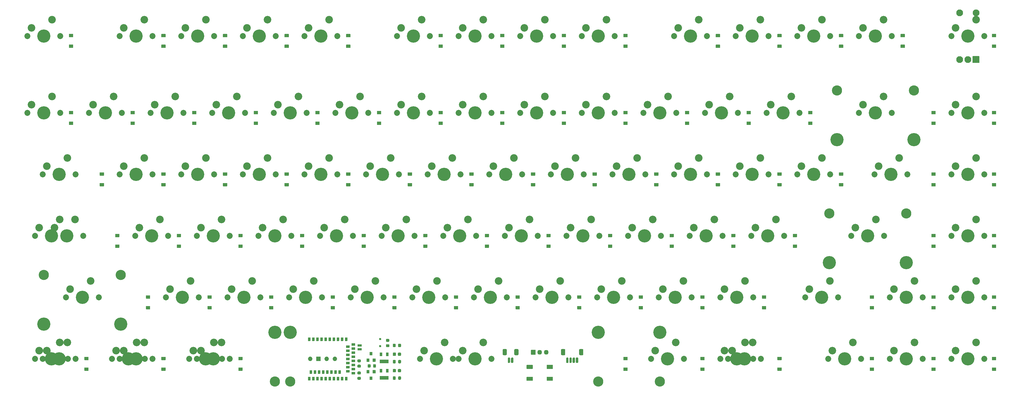
<source format=gbs>
G04 #@! TF.GenerationSoftware,KiCad,Pcbnew,(5.1.9)-1*
G04 #@! TF.CreationDate,2021-03-18T12:12:07+08:00*
G04 #@! TF.ProjectId,ridhaulakbar75,72696468-6175-46c6-916b-62617237352e,rev?*
G04 #@! TF.SameCoordinates,Original*
G04 #@! TF.FileFunction,Soldermask,Bot*
G04 #@! TF.FilePolarity,Negative*
%FSLAX46Y46*%
G04 Gerber Fmt 4.6, Leading zero omitted, Abs format (unit mm)*
G04 Created by KiCad (PCBNEW (5.1.9)-1) date 2021-03-18 12:12:07*
%MOMM*%
%LPD*%
G01*
G04 APERTURE LIST*
%ADD10C,2.352000*%
%ADD11C,4.089800*%
%ADD12C,1.852000*%
%ADD13C,3.150000*%
%ADD14O,1.452000X1.452000*%
%ADD15O,1.372000X1.372000*%
%ADD16C,2.102000*%
%ADD17C,0.100000*%
G04 APERTURE END LIST*
D10*
X200183750Y-185420000D03*
D11*
X197643750Y-190500000D03*
D10*
X193833750Y-187960000D03*
D12*
X192563750Y-190500000D03*
X202723750Y-190500000D03*
D13*
X140493750Y-197485000D03*
X254793750Y-197485000D03*
D11*
X140493750Y-182245000D03*
X254793750Y-182245000D03*
D10*
X281146250Y-185420000D03*
D11*
X278606250Y-190500000D03*
D10*
X274796250Y-187960000D03*
D12*
X273526250Y-190500000D03*
X283686250Y-190500000D03*
X121761250Y-190500000D03*
X111601250Y-190500000D03*
D10*
X112871250Y-187960000D03*
D11*
X116681250Y-190500000D03*
D10*
X119221250Y-185420000D03*
X69215000Y-147320000D03*
D11*
X66675000Y-152400000D03*
D10*
X62865000Y-149860000D03*
D12*
X61595000Y-152400000D03*
X71755000Y-152400000D03*
D10*
X95408750Y-185420000D03*
D11*
X92868750Y-190500000D03*
D10*
X89058750Y-187960000D03*
D12*
X87788750Y-190500000D03*
X97948750Y-190500000D03*
D10*
X71596250Y-185420000D03*
D11*
X69056250Y-190500000D03*
D10*
X65246250Y-187960000D03*
D12*
X63976250Y-190500000D03*
X74136250Y-190500000D03*
D14*
X219654250Y-188437001D03*
X217654250Y-188437001D03*
G36*
G01*
X214979250Y-187711001D02*
X216329250Y-187711001D01*
G75*
G02*
X216380250Y-187762001I0J-51000D01*
G01*
X216380250Y-189112001D01*
G75*
G02*
X216329250Y-189163001I-51000J0D01*
G01*
X214979250Y-189163001D01*
G75*
G02*
X214928250Y-189112001I0J51000D01*
G01*
X214928250Y-187762001D01*
G75*
G02*
X214979250Y-187711001I51000J0D01*
G01*
G37*
G36*
G01*
X213603250Y-193518000D02*
X213603250Y-192418000D01*
G75*
G02*
X213654250Y-192367000I51000J0D01*
G01*
X215454250Y-192367000D01*
G75*
G02*
X215505250Y-192418000I0J-51000D01*
G01*
X215505250Y-193518000D01*
G75*
G02*
X215454250Y-193569000I-51000J0D01*
G01*
X213654250Y-193569000D01*
G75*
G02*
X213603250Y-193518000I0J51000D01*
G01*
G37*
G36*
G01*
X219803250Y-197218000D02*
X219803250Y-196118000D01*
G75*
G02*
X219854250Y-196067000I51000J0D01*
G01*
X221654250Y-196067000D01*
G75*
G02*
X221705250Y-196118000I0J-51000D01*
G01*
X221705250Y-197218000D01*
G75*
G02*
X221654250Y-197269000I-51000J0D01*
G01*
X219854250Y-197269000D01*
G75*
G02*
X219803250Y-197218000I0J51000D01*
G01*
G37*
G36*
G01*
X213603250Y-197218000D02*
X213603250Y-196118000D01*
G75*
G02*
X213654250Y-196067000I51000J0D01*
G01*
X215454250Y-196067000D01*
G75*
G02*
X215505250Y-196118000I0J-51000D01*
G01*
X215505250Y-197218000D01*
G75*
G02*
X215454250Y-197269000I-51000J0D01*
G01*
X213654250Y-197269000D01*
G75*
G02*
X213603250Y-197218000I0J51000D01*
G01*
G37*
G36*
G01*
X219803250Y-193518000D02*
X219803250Y-192418000D01*
G75*
G02*
X219854250Y-192367000I51000J0D01*
G01*
X221654250Y-192367000D01*
G75*
G02*
X221705250Y-192418000I0J-51000D01*
G01*
X221705250Y-193518000D01*
G75*
G02*
X221654250Y-193569000I-51000J0D01*
G01*
X219854250Y-193569000D01*
G75*
G02*
X219803250Y-193518000I0J51000D01*
G01*
G37*
D10*
X333533750Y-185420000D03*
D11*
X330993750Y-190500000D03*
D10*
X327183750Y-187960000D03*
D12*
X325913750Y-190500000D03*
X336073750Y-190500000D03*
D10*
X104933750Y-109220000D03*
D11*
X102393750Y-114300000D03*
D10*
X98583750Y-111760000D03*
D12*
X97313750Y-114300000D03*
X107473750Y-114300000D03*
G36*
G01*
X225530250Y-187707249D02*
X225530250Y-189066753D01*
G75*
G02*
X225259002Y-189338001I-271248J0D01*
G01*
X224499498Y-189338001D01*
G75*
G02*
X224228250Y-189066753I0J271248D01*
G01*
X224228250Y-187707249D01*
G75*
G02*
X224499498Y-187436001I271248J0D01*
G01*
X225259002Y-187436001D01*
G75*
G02*
X225530250Y-187707249I0J-271248D01*
G01*
G37*
G36*
G01*
X231130250Y-187707249D02*
X231130250Y-189066753D01*
G75*
G02*
X230859002Y-189338001I-271248J0D01*
G01*
X230099498Y-189338001D01*
G75*
G02*
X229828250Y-189066753I0J271248D01*
G01*
X229828250Y-187707249D01*
G75*
G02*
X230099498Y-187436001I271248J0D01*
G01*
X230859002Y-187436001D01*
G75*
G02*
X231130250Y-187707249I0J-271248D01*
G01*
G37*
G36*
G01*
X226530250Y-190261501D02*
X226530250Y-191562501D01*
G75*
G02*
X226354750Y-191738001I-175500J0D01*
G01*
X226003750Y-191738001D01*
G75*
G02*
X225828250Y-191562501I0J175500D01*
G01*
X225828250Y-190261501D01*
G75*
G02*
X226003750Y-190086001I175500J0D01*
G01*
X226354750Y-190086001D01*
G75*
G02*
X226530250Y-190261501I0J-175500D01*
G01*
G37*
G36*
G01*
X227530250Y-190261501D02*
X227530250Y-191562501D01*
G75*
G02*
X227354750Y-191738001I-175500J0D01*
G01*
X227003750Y-191738001D01*
G75*
G02*
X226828250Y-191562501I0J175500D01*
G01*
X226828250Y-190261501D01*
G75*
G02*
X227003750Y-190086001I175500J0D01*
G01*
X227354750Y-190086001D01*
G75*
G02*
X227530250Y-190261501I0J-175500D01*
G01*
G37*
G36*
G01*
X228530250Y-190261501D02*
X228530250Y-191562501D01*
G75*
G02*
X228354750Y-191738001I-175500J0D01*
G01*
X228003750Y-191738001D01*
G75*
G02*
X227828250Y-191562501I0J175500D01*
G01*
X227828250Y-190261501D01*
G75*
G02*
X228003750Y-190086001I175500J0D01*
G01*
X228354750Y-190086001D01*
G75*
G02*
X228530250Y-190261501I0J-175500D01*
G01*
G37*
G36*
G01*
X229530250Y-190261501D02*
X229530250Y-191562501D01*
G75*
G02*
X229354750Y-191738001I-175500J0D01*
G01*
X229003750Y-191738001D01*
G75*
G02*
X228828250Y-191562501I0J175500D01*
G01*
X228828250Y-190261501D01*
G75*
G02*
X229003750Y-190086001I175500J0D01*
G01*
X229354750Y-190086001D01*
G75*
G02*
X229530250Y-190261501I0J-175500D01*
G01*
G37*
G36*
G01*
X207480250Y-187707249D02*
X207480250Y-189066753D01*
G75*
G02*
X207209002Y-189338001I-271248J0D01*
G01*
X206449498Y-189338001D01*
G75*
G02*
X206178250Y-189066753I0J271248D01*
G01*
X206178250Y-187707249D01*
G75*
G02*
X206449498Y-187436001I271248J0D01*
G01*
X207209002Y-187436001D01*
G75*
G02*
X207480250Y-187707249I0J-271248D01*
G01*
G37*
G36*
G01*
X211080250Y-187707249D02*
X211080250Y-189066753D01*
G75*
G02*
X210809002Y-189338001I-271248J0D01*
G01*
X210049498Y-189338001D01*
G75*
G02*
X209778250Y-189066753I0J271248D01*
G01*
X209778250Y-187707249D01*
G75*
G02*
X210049498Y-187436001I271248J0D01*
G01*
X210809002Y-187436001D01*
G75*
G02*
X211080250Y-187707249I0J-271248D01*
G01*
G37*
G36*
G01*
X208480250Y-190261501D02*
X208480250Y-191562501D01*
G75*
G02*
X208304750Y-191738001I-175500J0D01*
G01*
X207953750Y-191738001D01*
G75*
G02*
X207778250Y-191562501I0J175500D01*
G01*
X207778250Y-190261501D01*
G75*
G02*
X207953750Y-190086001I175500J0D01*
G01*
X208304750Y-190086001D01*
G75*
G02*
X208480250Y-190261501I0J-175500D01*
G01*
G37*
G36*
G01*
X209480250Y-190261501D02*
X209480250Y-191562501D01*
G75*
G02*
X209304750Y-191738001I-175500J0D01*
G01*
X208953750Y-191738001D01*
G75*
G02*
X208778250Y-191562501I0J175500D01*
G01*
X208778250Y-190261501D01*
G75*
G02*
X208953750Y-190086001I175500J0D01*
G01*
X209304750Y-190086001D01*
G75*
G02*
X209480250Y-190261501I0J-175500D01*
G01*
G37*
D10*
X352583750Y-185420000D03*
D11*
X350043750Y-190500000D03*
D10*
X346233750Y-187960000D03*
D12*
X344963750Y-190500000D03*
X355123750Y-190500000D03*
D10*
X314483750Y-185420000D03*
D11*
X311943750Y-190500000D03*
D10*
X308133750Y-187960000D03*
D12*
X306863750Y-190500000D03*
X317023750Y-190500000D03*
D10*
X283527500Y-185420000D03*
D11*
X280987500Y-190500000D03*
D10*
X277177500Y-187960000D03*
D12*
X275907500Y-190500000D03*
X286067500Y-190500000D03*
D10*
X259715000Y-185420000D03*
D11*
X257175000Y-190500000D03*
D10*
X253365000Y-187960000D03*
D12*
X252095000Y-190500000D03*
X262255000Y-190500000D03*
D10*
X188277500Y-185420000D03*
D11*
X185737500Y-190500000D03*
D10*
X181927500Y-187960000D03*
D12*
X180657500Y-190500000D03*
X190817500Y-190500000D03*
D13*
X135737600Y-197485000D03*
X235737400Y-197485000D03*
D11*
X135737600Y-182245000D03*
X235737400Y-182245000D03*
D10*
X116840000Y-185420000D03*
D11*
X114300000Y-190500000D03*
D10*
X110490000Y-187960000D03*
D12*
X109220000Y-190500000D03*
X119380000Y-190500000D03*
D10*
X93027500Y-185420000D03*
D11*
X90487500Y-190500000D03*
D10*
X86677500Y-187960000D03*
D12*
X85407500Y-190500000D03*
X95567500Y-190500000D03*
X71755000Y-190500000D03*
X61595000Y-190500000D03*
D10*
X62865000Y-187960000D03*
D11*
X66675000Y-190500000D03*
D10*
X69215000Y-185420000D03*
X352583750Y-166370000D03*
D11*
X350043750Y-171450000D03*
D10*
X346233750Y-168910000D03*
D12*
X344963750Y-171450000D03*
X355123750Y-171450000D03*
D10*
X333533750Y-166370000D03*
D11*
X330993750Y-171450000D03*
D10*
X327183750Y-168910000D03*
D12*
X325913750Y-171450000D03*
X336073750Y-171450000D03*
D10*
X307340000Y-166370000D03*
D11*
X304800000Y-171450000D03*
D10*
X300990000Y-168910000D03*
D12*
X299720000Y-171450000D03*
X309880000Y-171450000D03*
D10*
X281146250Y-166370000D03*
D11*
X278606250Y-171450000D03*
D10*
X274796250Y-168910000D03*
D12*
X273526250Y-171450000D03*
X283686250Y-171450000D03*
D10*
X262096250Y-166370000D03*
D11*
X259556250Y-171450000D03*
D10*
X255746250Y-168910000D03*
D12*
X254476250Y-171450000D03*
X264636250Y-171450000D03*
D10*
X243046250Y-166370000D03*
D11*
X240506250Y-171450000D03*
D10*
X236696250Y-168910000D03*
D12*
X235426250Y-171450000D03*
X245586250Y-171450000D03*
D10*
X223996250Y-166370000D03*
D11*
X221456250Y-171450000D03*
D10*
X217646250Y-168910000D03*
D12*
X216376250Y-171450000D03*
X226536250Y-171450000D03*
D10*
X204946250Y-166370000D03*
D11*
X202406250Y-171450000D03*
D10*
X198596250Y-168910000D03*
D12*
X197326250Y-171450000D03*
X207486250Y-171450000D03*
D10*
X185896250Y-166370000D03*
D11*
X183356250Y-171450000D03*
D10*
X179546250Y-168910000D03*
D12*
X178276250Y-171450000D03*
X188436250Y-171450000D03*
D10*
X166846250Y-166370000D03*
D11*
X164306250Y-171450000D03*
D10*
X160496250Y-168910000D03*
D12*
X159226250Y-171450000D03*
X169386250Y-171450000D03*
D10*
X147796250Y-166370000D03*
D11*
X145256250Y-171450000D03*
D10*
X141446250Y-168910000D03*
D12*
X140176250Y-171450000D03*
X150336250Y-171450000D03*
X131286250Y-171450000D03*
X121126250Y-171450000D03*
D10*
X122396250Y-168910000D03*
D11*
X126206250Y-171450000D03*
D10*
X128746250Y-166370000D03*
X109696250Y-166370000D03*
D11*
X107156250Y-171450000D03*
D10*
X103346250Y-168910000D03*
D12*
X102076250Y-171450000D03*
X112236250Y-171450000D03*
D11*
X88106250Y-179705000D03*
X64293750Y-179705000D03*
D13*
X88106250Y-164465000D03*
X64293750Y-164465000D03*
D12*
X81280000Y-171450000D03*
X71120000Y-171450000D03*
D10*
X72390000Y-168910000D03*
D11*
X76200000Y-171450000D03*
D10*
X78740000Y-166370000D03*
X352583750Y-147320000D03*
D11*
X350043750Y-152400000D03*
D10*
X346233750Y-149860000D03*
D12*
X344963750Y-152400000D03*
X355123750Y-152400000D03*
D10*
X321627500Y-147320000D03*
D11*
X319087500Y-152400000D03*
D10*
X315277500Y-149860000D03*
D12*
X314007500Y-152400000D03*
X324167500Y-152400000D03*
D13*
X307181250Y-145415000D03*
X330993750Y-145415000D03*
D11*
X307181250Y-160655000D03*
X330993750Y-160655000D03*
D10*
X290671250Y-147320000D03*
D11*
X288131250Y-152400000D03*
D10*
X284321250Y-149860000D03*
D12*
X283051250Y-152400000D03*
X293211250Y-152400000D03*
D10*
X271621250Y-147320000D03*
D11*
X269081250Y-152400000D03*
D10*
X265271250Y-149860000D03*
D12*
X264001250Y-152400000D03*
X274161250Y-152400000D03*
D10*
X252571250Y-147320000D03*
D11*
X250031250Y-152400000D03*
D10*
X246221250Y-149860000D03*
D12*
X244951250Y-152400000D03*
X255111250Y-152400000D03*
D10*
X233521250Y-147320000D03*
D11*
X230981250Y-152400000D03*
D10*
X227171250Y-149860000D03*
D12*
X225901250Y-152400000D03*
X236061250Y-152400000D03*
D10*
X214471250Y-147320000D03*
D11*
X211931250Y-152400000D03*
D10*
X208121250Y-149860000D03*
D12*
X206851250Y-152400000D03*
X217011250Y-152400000D03*
D10*
X195421250Y-147320000D03*
D11*
X192881250Y-152400000D03*
D10*
X189071250Y-149860000D03*
D12*
X187801250Y-152400000D03*
X197961250Y-152400000D03*
D10*
X176371250Y-147320000D03*
D11*
X173831250Y-152400000D03*
D10*
X170021250Y-149860000D03*
D12*
X168751250Y-152400000D03*
X178911250Y-152400000D03*
D10*
X157321250Y-147320000D03*
D11*
X154781250Y-152400000D03*
D10*
X150971250Y-149860000D03*
D12*
X149701250Y-152400000D03*
X159861250Y-152400000D03*
D10*
X138271250Y-147320000D03*
D11*
X135731250Y-152400000D03*
D10*
X131921250Y-149860000D03*
D12*
X130651250Y-152400000D03*
X140811250Y-152400000D03*
D10*
X119221250Y-147320000D03*
D11*
X116681250Y-152400000D03*
D10*
X112871250Y-149860000D03*
D12*
X111601250Y-152400000D03*
X121761250Y-152400000D03*
D10*
X100171250Y-147320000D03*
D11*
X97631250Y-152400000D03*
D10*
X93821250Y-149860000D03*
D12*
X92551250Y-152400000D03*
X102711250Y-152400000D03*
D10*
X73977500Y-147320000D03*
D11*
X71437500Y-152400000D03*
D10*
X67627500Y-149860000D03*
D12*
X66357500Y-152400000D03*
X76517500Y-152400000D03*
D10*
X352583750Y-128270000D03*
D11*
X350043750Y-133350000D03*
D10*
X346233750Y-130810000D03*
D12*
X344963750Y-133350000D03*
X355123750Y-133350000D03*
D10*
X328771250Y-128270000D03*
D11*
X326231250Y-133350000D03*
D10*
X322421250Y-130810000D03*
D12*
X321151250Y-133350000D03*
X331311250Y-133350000D03*
D10*
X304958750Y-128270000D03*
D11*
X302418750Y-133350000D03*
D10*
X298608750Y-130810000D03*
D12*
X297338750Y-133350000D03*
X307498750Y-133350000D03*
D10*
X285908750Y-128270000D03*
D11*
X283368750Y-133350000D03*
D10*
X279558750Y-130810000D03*
D12*
X278288750Y-133350000D03*
X288448750Y-133350000D03*
D10*
X266858750Y-128270000D03*
D11*
X264318750Y-133350000D03*
D10*
X260508750Y-130810000D03*
D12*
X259238750Y-133350000D03*
X269398750Y-133350000D03*
D10*
X247808750Y-128270000D03*
D11*
X245268750Y-133350000D03*
D10*
X241458750Y-130810000D03*
D12*
X240188750Y-133350000D03*
X250348750Y-133350000D03*
D10*
X228758750Y-128270000D03*
D11*
X226218750Y-133350000D03*
D10*
X222408750Y-130810000D03*
D12*
X221138750Y-133350000D03*
X231298750Y-133350000D03*
D10*
X209708750Y-128270000D03*
D11*
X207168750Y-133350000D03*
D10*
X203358750Y-130810000D03*
D12*
X202088750Y-133350000D03*
X212248750Y-133350000D03*
D10*
X190658750Y-128270000D03*
D11*
X188118750Y-133350000D03*
D10*
X184308750Y-130810000D03*
D12*
X183038750Y-133350000D03*
X193198750Y-133350000D03*
D10*
X171608750Y-128270000D03*
D11*
X169068750Y-133350000D03*
D10*
X165258750Y-130810000D03*
D12*
X163988750Y-133350000D03*
X174148750Y-133350000D03*
D10*
X152558750Y-128270000D03*
D11*
X150018750Y-133350000D03*
D10*
X146208750Y-130810000D03*
D12*
X144938750Y-133350000D03*
X155098750Y-133350000D03*
D10*
X133508750Y-128270000D03*
D11*
X130968750Y-133350000D03*
D10*
X127158750Y-130810000D03*
D12*
X125888750Y-133350000D03*
X136048750Y-133350000D03*
D10*
X114458750Y-128270000D03*
D11*
X111918750Y-133350000D03*
D10*
X108108750Y-130810000D03*
D12*
X106838750Y-133350000D03*
X116998750Y-133350000D03*
D10*
X95408750Y-128270000D03*
D11*
X92868750Y-133350000D03*
D10*
X89058750Y-130810000D03*
D12*
X87788750Y-133350000D03*
X97948750Y-133350000D03*
D10*
X71596250Y-128270000D03*
D11*
X69056250Y-133350000D03*
D10*
X65246250Y-130810000D03*
D12*
X63976250Y-133350000D03*
X74136250Y-133350000D03*
D10*
X352583750Y-109220000D03*
D11*
X350043750Y-114300000D03*
D10*
X346233750Y-111760000D03*
D12*
X344963750Y-114300000D03*
X355123750Y-114300000D03*
D10*
X324008750Y-109220000D03*
D11*
X321468750Y-114300000D03*
D10*
X317658750Y-111760000D03*
D12*
X316388750Y-114300000D03*
X326548750Y-114300000D03*
D13*
X309562500Y-107315000D03*
X333375000Y-107315000D03*
D11*
X309562500Y-122555000D03*
X333375000Y-122555000D03*
D10*
X295433750Y-109220000D03*
D11*
X292893750Y-114300000D03*
D10*
X289083750Y-111760000D03*
D12*
X287813750Y-114300000D03*
X297973750Y-114300000D03*
D10*
X276383750Y-109220000D03*
D11*
X273843750Y-114300000D03*
D10*
X270033750Y-111760000D03*
D12*
X268763750Y-114300000D03*
X278923750Y-114300000D03*
D10*
X257333750Y-109220000D03*
D11*
X254793750Y-114300000D03*
D10*
X250983750Y-111760000D03*
D12*
X249713750Y-114300000D03*
X259873750Y-114300000D03*
D10*
X238283750Y-109220000D03*
D11*
X235743750Y-114300000D03*
D10*
X231933750Y-111760000D03*
D12*
X230663750Y-114300000D03*
X240823750Y-114300000D03*
D10*
X219233750Y-109220000D03*
D11*
X216693750Y-114300000D03*
D10*
X212883750Y-111760000D03*
D12*
X211613750Y-114300000D03*
X221773750Y-114300000D03*
D10*
X200183750Y-109220000D03*
D11*
X197643750Y-114300000D03*
D10*
X193833750Y-111760000D03*
D12*
X192563750Y-114300000D03*
X202723750Y-114300000D03*
D10*
X181133750Y-109220000D03*
D11*
X178593750Y-114300000D03*
D10*
X174783750Y-111760000D03*
D12*
X173513750Y-114300000D03*
X183673750Y-114300000D03*
D10*
X162083750Y-109220000D03*
D11*
X159543750Y-114300000D03*
D10*
X155733750Y-111760000D03*
D12*
X154463750Y-114300000D03*
X164623750Y-114300000D03*
D10*
X143033750Y-109220000D03*
D11*
X140493750Y-114300000D03*
D10*
X136683750Y-111760000D03*
D12*
X135413750Y-114300000D03*
X145573750Y-114300000D03*
D10*
X123983750Y-109220000D03*
D11*
X121443750Y-114300000D03*
D10*
X117633750Y-111760000D03*
D12*
X116363750Y-114300000D03*
X126523750Y-114300000D03*
D10*
X85883750Y-109220000D03*
D11*
X83343750Y-114300000D03*
D10*
X79533750Y-111760000D03*
D12*
X78263750Y-114300000D03*
X88423750Y-114300000D03*
D10*
X66833750Y-109220000D03*
D11*
X64293750Y-114300000D03*
D10*
X60483750Y-111760000D03*
D12*
X59213750Y-114300000D03*
X69373750Y-114300000D03*
D10*
X352583750Y-85407500D03*
D11*
X350043750Y-90487500D03*
D10*
X346233750Y-87947500D03*
D12*
X344963750Y-90487500D03*
X355123750Y-90487500D03*
D10*
X324008750Y-85407500D03*
D11*
X321468750Y-90487500D03*
D10*
X317658750Y-87947500D03*
D12*
X316388750Y-90487500D03*
X326548750Y-90487500D03*
D10*
X304958750Y-85407500D03*
D11*
X302418750Y-90487500D03*
D10*
X298608750Y-87947500D03*
D12*
X297338750Y-90487500D03*
X307498750Y-90487500D03*
D10*
X285908750Y-85407500D03*
D11*
X283368750Y-90487500D03*
D10*
X279558750Y-87947500D03*
D12*
X278288750Y-90487500D03*
X288448750Y-90487500D03*
D10*
X266858750Y-85407500D03*
D11*
X264318750Y-90487500D03*
D10*
X260508750Y-87947500D03*
D12*
X259238750Y-90487500D03*
X269398750Y-90487500D03*
D10*
X238283750Y-85407500D03*
D11*
X235743750Y-90487500D03*
D10*
X231933750Y-87947500D03*
D12*
X230663750Y-90487500D03*
X240823750Y-90487500D03*
D10*
X219233750Y-85407500D03*
D11*
X216693750Y-90487500D03*
D10*
X212883750Y-87947500D03*
D12*
X211613750Y-90487500D03*
X221773750Y-90487500D03*
D10*
X200183750Y-85407500D03*
D11*
X197643750Y-90487500D03*
D10*
X193833750Y-87947500D03*
D12*
X192563750Y-90487500D03*
X202723750Y-90487500D03*
D10*
X181133750Y-85407500D03*
D11*
X178593750Y-90487500D03*
D10*
X174783750Y-87947500D03*
D12*
X173513750Y-90487500D03*
X183673750Y-90487500D03*
D10*
X152558750Y-85407500D03*
D11*
X150018750Y-90487500D03*
D10*
X146208750Y-87947500D03*
D12*
X144938750Y-90487500D03*
X155098750Y-90487500D03*
D10*
X133508750Y-85407500D03*
D11*
X130968750Y-90487500D03*
D10*
X127158750Y-87947500D03*
D12*
X125888750Y-90487500D03*
X136048750Y-90487500D03*
D10*
X114458750Y-85407500D03*
D11*
X111918750Y-90487500D03*
D10*
X108108750Y-87947500D03*
D12*
X106838750Y-90487500D03*
X116998750Y-90487500D03*
D10*
X95408750Y-85407500D03*
D11*
X92868750Y-90487500D03*
D10*
X89058750Y-87947500D03*
D12*
X87788750Y-90487500D03*
X97948750Y-90487500D03*
D10*
X66833750Y-85407500D03*
D11*
X64293750Y-90487500D03*
D10*
X60483750Y-87947500D03*
D12*
X59213750Y-90487500D03*
X69373750Y-90487500D03*
G36*
G01*
X165081000Y-195953000D02*
X165881000Y-195953000D01*
G75*
G02*
X165932000Y-196004000I0J-51000D01*
G01*
X165932000Y-196904000D01*
G75*
G02*
X165881000Y-196955000I-51000J0D01*
G01*
X165081000Y-196955000D01*
G75*
G02*
X165030000Y-196904000I0J51000D01*
G01*
X165030000Y-196004000D01*
G75*
G02*
X165081000Y-195953000I51000J0D01*
G01*
G37*
G36*
G01*
X166031000Y-193953000D02*
X166831000Y-193953000D01*
G75*
G02*
X166882000Y-194004000I0J-51000D01*
G01*
X166882000Y-194904000D01*
G75*
G02*
X166831000Y-194955000I-51000J0D01*
G01*
X166031000Y-194955000D01*
G75*
G02*
X165980000Y-194904000I0J51000D01*
G01*
X165980000Y-194004000D01*
G75*
G02*
X166031000Y-193953000I51000J0D01*
G01*
G37*
G36*
G01*
X164131000Y-193953000D02*
X164931000Y-193953000D01*
G75*
G02*
X164982000Y-194004000I0J-51000D01*
G01*
X164982000Y-194904000D01*
G75*
G02*
X164931000Y-194955000I-51000J0D01*
G01*
X164131000Y-194955000D01*
G75*
G02*
X164080000Y-194904000I0J51000D01*
G01*
X164080000Y-194004000D01*
G75*
G02*
X164131000Y-193953000I51000J0D01*
G01*
G37*
G36*
G01*
X165881000Y-189366000D02*
X165081000Y-189366000D01*
G75*
G02*
X165030000Y-189315000I0J51000D01*
G01*
X165030000Y-188415000D01*
G75*
G02*
X165081000Y-188364000I51000J0D01*
G01*
X165881000Y-188364000D01*
G75*
G02*
X165932000Y-188415000I0J-51000D01*
G01*
X165932000Y-189315000D01*
G75*
G02*
X165881000Y-189366000I-51000J0D01*
G01*
G37*
G36*
G01*
X164931000Y-191366000D02*
X164131000Y-191366000D01*
G75*
G02*
X164080000Y-191315000I0J51000D01*
G01*
X164080000Y-190415000D01*
G75*
G02*
X164131000Y-190364000I51000J0D01*
G01*
X164931000Y-190364000D01*
G75*
G02*
X164982000Y-190415000I0J-51000D01*
G01*
X164982000Y-191315000D01*
G75*
G02*
X164931000Y-191366000I-51000J0D01*
G01*
G37*
G36*
G01*
X166831000Y-191366000D02*
X166031000Y-191366000D01*
G75*
G02*
X165980000Y-191315000I0J51000D01*
G01*
X165980000Y-190415000D01*
G75*
G02*
X166031000Y-190364000I51000J0D01*
G01*
X166831000Y-190364000D01*
G75*
G02*
X166882000Y-190415000I0J-51000D01*
G01*
X166882000Y-191315000D01*
G75*
G02*
X166831000Y-191366000I-51000J0D01*
G01*
G37*
G36*
G01*
X170820001Y-189651001D02*
X170169999Y-189651001D01*
G75*
G02*
X170119000Y-189600002I0J50999D01*
G01*
X170119000Y-188540000D01*
G75*
G02*
X170169999Y-188489001I50999J0D01*
G01*
X170820001Y-188489001D01*
G75*
G02*
X170871000Y-188540000I0J-50999D01*
G01*
X170871000Y-189600002D01*
G75*
G02*
X170820001Y-189651001I-50999J0D01*
G01*
G37*
G36*
G01*
X168920001Y-189651001D02*
X168269999Y-189651001D01*
G75*
G02*
X168219000Y-189600002I0J50999D01*
G01*
X168219000Y-188540000D01*
G75*
G02*
X168269999Y-188489001I50999J0D01*
G01*
X168920001Y-188489001D01*
G75*
G02*
X168971000Y-188540000I0J-50999D01*
G01*
X168971000Y-189600002D01*
G75*
G02*
X168920001Y-189651001I-50999J0D01*
G01*
G37*
G36*
G01*
X168920001Y-191851001D02*
X168269999Y-191851001D01*
G75*
G02*
X168219000Y-191800002I0J50999D01*
G01*
X168219000Y-190740000D01*
G75*
G02*
X168269999Y-190689001I50999J0D01*
G01*
X168920001Y-190689001D01*
G75*
G02*
X168971000Y-190740000I0J-50999D01*
G01*
X168971000Y-191800002D01*
G75*
G02*
X168920001Y-191851001I-50999J0D01*
G01*
G37*
G36*
G01*
X169870001Y-191851001D02*
X169219999Y-191851001D01*
G75*
G02*
X169169000Y-191800002I0J50999D01*
G01*
X169169000Y-190740000D01*
G75*
G02*
X169219999Y-190689001I50999J0D01*
G01*
X169870001Y-190689001D01*
G75*
G02*
X169921000Y-190740000I0J-50999D01*
G01*
X169921000Y-191800002D01*
G75*
G02*
X169870001Y-191851001I-50999J0D01*
G01*
G37*
G36*
G01*
X170820001Y-191851001D02*
X170169999Y-191851001D01*
G75*
G02*
X170119000Y-191800002I0J50999D01*
G01*
X170119000Y-190740000D01*
G75*
G02*
X170169999Y-190689001I50999J0D01*
G01*
X170820001Y-190689001D01*
G75*
G02*
X170871000Y-190740000I0J-50999D01*
G01*
X170871000Y-191800002D01*
G75*
G02*
X170820001Y-191851001I-50999J0D01*
G01*
G37*
G36*
G01*
X170820001Y-194735000D02*
X170169999Y-194735000D01*
G75*
G02*
X170119000Y-194684001I0J50999D01*
G01*
X170119000Y-193623999D01*
G75*
G02*
X170169999Y-193573000I50999J0D01*
G01*
X170820001Y-193573000D01*
G75*
G02*
X170871000Y-193623999I0J-50999D01*
G01*
X170871000Y-194684001D01*
G75*
G02*
X170820001Y-194735000I-50999J0D01*
G01*
G37*
G36*
G01*
X168920001Y-194735000D02*
X168269999Y-194735000D01*
G75*
G02*
X168219000Y-194684001I0J50999D01*
G01*
X168219000Y-193623999D01*
G75*
G02*
X168269999Y-193573000I50999J0D01*
G01*
X168920001Y-193573000D01*
G75*
G02*
X168971000Y-193623999I0J-50999D01*
G01*
X168971000Y-194684001D01*
G75*
G02*
X168920001Y-194735000I-50999J0D01*
G01*
G37*
G36*
G01*
X168920001Y-196935000D02*
X168269999Y-196935000D01*
G75*
G02*
X168219000Y-196884001I0J50999D01*
G01*
X168219000Y-195823999D01*
G75*
G02*
X168269999Y-195773000I50999J0D01*
G01*
X168920001Y-195773000D01*
G75*
G02*
X168971000Y-195823999I0J-50999D01*
G01*
X168971000Y-196884001D01*
G75*
G02*
X168920001Y-196935000I-50999J0D01*
G01*
G37*
G36*
G01*
X169870001Y-196935000D02*
X169219999Y-196935000D01*
G75*
G02*
X169169000Y-196884001I0J50999D01*
G01*
X169169000Y-195823999D01*
G75*
G02*
X169219999Y-195773000I50999J0D01*
G01*
X169870001Y-195773000D01*
G75*
G02*
X169921000Y-195823999I0J-50999D01*
G01*
X169921000Y-196884001D01*
G75*
G02*
X169870001Y-196935000I-50999J0D01*
G01*
G37*
G36*
G01*
X170820001Y-196935000D02*
X170169999Y-196935000D01*
G75*
G02*
X170119000Y-196884001I0J50999D01*
G01*
X170119000Y-195823999D01*
G75*
G02*
X170169999Y-195773000I50999J0D01*
G01*
X170820001Y-195773000D01*
G75*
G02*
X170871000Y-195823999I0J-50999D01*
G01*
X170871000Y-196884001D01*
G75*
G02*
X170820001Y-196935000I-50999J0D01*
G01*
G37*
D15*
X154301000Y-190500000D03*
X151761000Y-190500000D03*
G36*
G01*
X149856000Y-191186000D02*
X148586000Y-191186000D01*
G75*
G02*
X148535000Y-191135000I0J51000D01*
G01*
X148535000Y-189865000D01*
G75*
G02*
X148586000Y-189814000I51000J0D01*
G01*
X149856000Y-189814000D01*
G75*
G02*
X149907000Y-189865000I0J-51000D01*
G01*
X149907000Y-191135000D01*
G75*
G02*
X149856000Y-191186000I-51000J0D01*
G01*
G37*
X146681000Y-190500000D03*
G36*
G01*
X161368000Y-187179001D02*
X162568000Y-187179001D01*
G75*
G02*
X162619000Y-187230001I0J-51000D01*
G01*
X162619000Y-187830001D01*
G75*
G02*
X162568000Y-187881001I-51000J0D01*
G01*
X161368000Y-187881001D01*
G75*
G02*
X161317000Y-187830001I0J51000D01*
G01*
X161317000Y-187230001D01*
G75*
G02*
X161368000Y-187179001I51000J0D01*
G01*
G37*
G36*
G01*
X161368000Y-185979001D02*
X162568000Y-185979001D01*
G75*
G02*
X162619000Y-186030001I0J-51000D01*
G01*
X162619000Y-186630001D01*
G75*
G02*
X162568000Y-186681001I-51000J0D01*
G01*
X161368000Y-186681001D01*
G75*
G02*
X161317000Y-186630001I0J51000D01*
G01*
X161317000Y-186030001D01*
G75*
G02*
X161368000Y-185979001I51000J0D01*
G01*
G37*
G36*
G01*
X156145000Y-194040999D02*
X156145000Y-195041001D01*
G75*
G02*
X156094001Y-195092000I-50999J0D01*
G01*
X155443999Y-195092000D01*
G75*
G02*
X155393000Y-195041001I0J50999D01*
G01*
X155393000Y-194040999D01*
G75*
G02*
X155443999Y-193990000I50999J0D01*
G01*
X156094001Y-193990000D01*
G75*
G02*
X156145000Y-194040999I0J-50999D01*
G01*
G37*
G36*
G01*
X158177000Y-183880999D02*
X158177000Y-184881001D01*
G75*
G02*
X158126001Y-184932000I-50999J0D01*
G01*
X157475999Y-184932000D01*
G75*
G02*
X157425000Y-184881001I0J50999D01*
G01*
X157425000Y-183880999D01*
G75*
G02*
X157475999Y-183830000I50999J0D01*
G01*
X158126001Y-183830000D01*
G75*
G02*
X158177000Y-183880999I0J-50999D01*
G01*
G37*
G36*
G01*
X156907000Y-183880999D02*
X156907000Y-184881001D01*
G75*
G02*
X156856001Y-184932000I-50999J0D01*
G01*
X156205999Y-184932000D01*
G75*
G02*
X156155000Y-184881001I0J50999D01*
G01*
X156155000Y-183880999D01*
G75*
G02*
X156205999Y-183830000I50999J0D01*
G01*
X156856001Y-183830000D01*
G75*
G02*
X156907000Y-183880999I0J-50999D01*
G01*
G37*
G36*
G01*
X155637000Y-183880999D02*
X155637000Y-184881001D01*
G75*
G02*
X155586001Y-184932000I-50999J0D01*
G01*
X154935999Y-184932000D01*
G75*
G02*
X154885000Y-184881001I0J50999D01*
G01*
X154885000Y-183880999D01*
G75*
G02*
X154935999Y-183830000I50999J0D01*
G01*
X155586001Y-183830000D01*
G75*
G02*
X155637000Y-183880999I0J-50999D01*
G01*
G37*
G36*
G01*
X154367000Y-183880999D02*
X154367000Y-184881001D01*
G75*
G02*
X154316001Y-184932000I-50999J0D01*
G01*
X153665999Y-184932000D01*
G75*
G02*
X153615000Y-184881001I0J50999D01*
G01*
X153615000Y-183880999D01*
G75*
G02*
X153665999Y-183830000I50999J0D01*
G01*
X154316001Y-183830000D01*
G75*
G02*
X154367000Y-183880999I0J-50999D01*
G01*
G37*
G36*
G01*
X153097000Y-183880999D02*
X153097000Y-184881001D01*
G75*
G02*
X153046001Y-184932000I-50999J0D01*
G01*
X152395999Y-184932000D01*
G75*
G02*
X152345000Y-184881001I0J50999D01*
G01*
X152345000Y-183880999D01*
G75*
G02*
X152395999Y-183830000I50999J0D01*
G01*
X153046001Y-183830000D01*
G75*
G02*
X153097000Y-183880999I0J-50999D01*
G01*
G37*
G36*
G01*
X151827000Y-183880999D02*
X151827000Y-184881001D01*
G75*
G02*
X151776001Y-184932000I-50999J0D01*
G01*
X151125999Y-184932000D01*
G75*
G02*
X151075000Y-184881001I0J50999D01*
G01*
X151075000Y-183880999D01*
G75*
G02*
X151125999Y-183830000I50999J0D01*
G01*
X151776001Y-183830000D01*
G75*
G02*
X151827000Y-183880999I0J-50999D01*
G01*
G37*
G36*
G01*
X150557000Y-183880999D02*
X150557000Y-184881001D01*
G75*
G02*
X150506001Y-184932000I-50999J0D01*
G01*
X149855999Y-184932000D01*
G75*
G02*
X149805000Y-184881001I0J50999D01*
G01*
X149805000Y-183880999D01*
G75*
G02*
X149855999Y-183830000I50999J0D01*
G01*
X150506001Y-183830000D01*
G75*
G02*
X150557000Y-183880999I0J-50999D01*
G01*
G37*
G36*
G01*
X149287000Y-183880999D02*
X149287000Y-184881001D01*
G75*
G02*
X149236001Y-184932000I-50999J0D01*
G01*
X148585999Y-184932000D01*
G75*
G02*
X148535000Y-184881001I0J50999D01*
G01*
X148535000Y-183880999D01*
G75*
G02*
X148585999Y-183830000I50999J0D01*
G01*
X149236001Y-183830000D01*
G75*
G02*
X149287000Y-183880999I0J-50999D01*
G01*
G37*
G36*
G01*
X148017000Y-183880999D02*
X148017000Y-184881001D01*
G75*
G02*
X147966001Y-184932000I-50999J0D01*
G01*
X147315999Y-184932000D01*
G75*
G02*
X147265000Y-184881001I0J50999D01*
G01*
X147265000Y-183880999D01*
G75*
G02*
X147315999Y-183830000I50999J0D01*
G01*
X147966001Y-183830000D01*
G75*
G02*
X148017000Y-183880999I0J-50999D01*
G01*
G37*
G36*
G01*
X146747000Y-183880999D02*
X146747000Y-184881001D01*
G75*
G02*
X146696001Y-184932000I-50999J0D01*
G01*
X146045999Y-184932000D01*
G75*
G02*
X145995000Y-184881001I0J50999D01*
G01*
X145995000Y-183880999D01*
G75*
G02*
X146045999Y-183830000I50999J0D01*
G01*
X146696001Y-183830000D01*
G75*
G02*
X146747000Y-183880999I0J-50999D01*
G01*
G37*
G36*
G01*
X154367000Y-196118999D02*
X154367000Y-197119001D01*
G75*
G02*
X154316001Y-197170000I-50999J0D01*
G01*
X153665999Y-197170000D01*
G75*
G02*
X153615000Y-197119001I0J50999D01*
G01*
X153615000Y-196118999D01*
G75*
G02*
X153665999Y-196068000I50999J0D01*
G01*
X154316001Y-196068000D01*
G75*
G02*
X154367000Y-196118999I0J-50999D01*
G01*
G37*
G36*
G01*
X146747000Y-196118999D02*
X146747000Y-197119001D01*
G75*
G02*
X146696001Y-197170000I-50999J0D01*
G01*
X146045999Y-197170000D01*
G75*
G02*
X145995000Y-197119001I0J50999D01*
G01*
X145995000Y-196118999D01*
G75*
G02*
X146045999Y-196068000I50999J0D01*
G01*
X146696001Y-196068000D01*
G75*
G02*
X146747000Y-196118999I0J-50999D01*
G01*
G37*
G36*
G01*
X153097000Y-196118999D02*
X153097000Y-197119001D01*
G75*
G02*
X153046001Y-197170000I-50999J0D01*
G01*
X152395999Y-197170000D01*
G75*
G02*
X152345000Y-197119001I0J50999D01*
G01*
X152345000Y-196118999D01*
G75*
G02*
X152395999Y-196068000I50999J0D01*
G01*
X153046001Y-196068000D01*
G75*
G02*
X153097000Y-196118999I0J-50999D01*
G01*
G37*
G36*
G01*
X148017000Y-196118999D02*
X148017000Y-197119001D01*
G75*
G02*
X147966001Y-197170000I-50999J0D01*
G01*
X147315999Y-197170000D01*
G75*
G02*
X147265000Y-197119001I0J50999D01*
G01*
X147265000Y-196118999D01*
G75*
G02*
X147315999Y-196068000I50999J0D01*
G01*
X147966001Y-196068000D01*
G75*
G02*
X148017000Y-196118999I0J-50999D01*
G01*
G37*
G36*
G01*
X149287000Y-196118999D02*
X149287000Y-197119001D01*
G75*
G02*
X149236001Y-197170000I-50999J0D01*
G01*
X148585999Y-197170000D01*
G75*
G02*
X148535000Y-197119001I0J50999D01*
G01*
X148535000Y-196118999D01*
G75*
G02*
X148585999Y-196068000I50999J0D01*
G01*
X149236001Y-196068000D01*
G75*
G02*
X149287000Y-196118999I0J-50999D01*
G01*
G37*
G36*
G01*
X150557000Y-196118999D02*
X150557000Y-197119001D01*
G75*
G02*
X150506001Y-197170000I-50999J0D01*
G01*
X149855999Y-197170000D01*
G75*
G02*
X149805000Y-197119001I0J50999D01*
G01*
X149805000Y-196118999D01*
G75*
G02*
X149855999Y-196068000I50999J0D01*
G01*
X150506001Y-196068000D01*
G75*
G02*
X150557000Y-196118999I0J-50999D01*
G01*
G37*
G36*
G01*
X155637000Y-196118999D02*
X155637000Y-197119001D01*
G75*
G02*
X155586001Y-197170000I-50999J0D01*
G01*
X154935999Y-197170000D01*
G75*
G02*
X154885000Y-197119001I0J50999D01*
G01*
X154885000Y-196118999D01*
G75*
G02*
X154935999Y-196068000I50999J0D01*
G01*
X155586001Y-196068000D01*
G75*
G02*
X155637000Y-196118999I0J-50999D01*
G01*
G37*
G36*
G01*
X151827000Y-196118999D02*
X151827000Y-197119001D01*
G75*
G02*
X151776001Y-197170000I-50999J0D01*
G01*
X151125999Y-197170000D01*
G75*
G02*
X151075000Y-197119001I0J50999D01*
G01*
X151075000Y-196118999D01*
G75*
G02*
X151125999Y-196068000I50999J0D01*
G01*
X151776001Y-196068000D01*
G75*
G02*
X151827000Y-196118999I0J-50999D01*
G01*
G37*
G36*
G01*
X156907000Y-196118999D02*
X156907000Y-197119001D01*
G75*
G02*
X156856001Y-197170000I-50999J0D01*
G01*
X156205999Y-197170000D01*
G75*
G02*
X156155000Y-197119001I0J50999D01*
G01*
X156155000Y-196118999D01*
G75*
G02*
X156205999Y-196068000I50999J0D01*
G01*
X156856001Y-196068000D01*
G75*
G02*
X156907000Y-196118999I0J-50999D01*
G01*
G37*
G36*
G01*
X158177000Y-196118999D02*
X158177000Y-197119001D01*
G75*
G02*
X158126001Y-197170000I-50999J0D01*
G01*
X157475999Y-197170000D01*
G75*
G02*
X157425000Y-197119001I0J50999D01*
G01*
X157425000Y-196118999D01*
G75*
G02*
X157475999Y-196068000I50999J0D01*
G01*
X158126001Y-196068000D01*
G75*
G02*
X158177000Y-196118999I0J-50999D01*
G01*
G37*
G36*
G01*
X160520001Y-194026000D02*
X159519999Y-194026000D01*
G75*
G02*
X159469000Y-193975001I0J50999D01*
G01*
X159469000Y-193324999D01*
G75*
G02*
X159519999Y-193274000I50999J0D01*
G01*
X160520001Y-193274000D01*
G75*
G02*
X160571000Y-193324999I0J-50999D01*
G01*
X160571000Y-193975001D01*
G75*
G02*
X160520001Y-194026000I-50999J0D01*
G01*
G37*
G36*
G01*
X160520001Y-186406000D02*
X159519999Y-186406000D01*
G75*
G02*
X159469000Y-186355001I0J50999D01*
G01*
X159469000Y-185704999D01*
G75*
G02*
X159519999Y-185654000I50999J0D01*
G01*
X160520001Y-185654000D01*
G75*
G02*
X160571000Y-185704999I0J-50999D01*
G01*
X160571000Y-186355001D01*
G75*
G02*
X160520001Y-186406000I-50999J0D01*
G01*
G37*
G36*
G01*
X160520001Y-192756000D02*
X159519999Y-192756000D01*
G75*
G02*
X159469000Y-192705001I0J50999D01*
G01*
X159469000Y-192054999D01*
G75*
G02*
X159519999Y-192004000I50999J0D01*
G01*
X160520001Y-192004000D01*
G75*
G02*
X160571000Y-192054999I0J-50999D01*
G01*
X160571000Y-192705001D01*
G75*
G02*
X160520001Y-192756000I-50999J0D01*
G01*
G37*
G36*
G01*
X160520001Y-187676000D02*
X159519999Y-187676000D01*
G75*
G02*
X159469000Y-187625001I0J50999D01*
G01*
X159469000Y-186974999D01*
G75*
G02*
X159519999Y-186924000I50999J0D01*
G01*
X160520001Y-186924000D01*
G75*
G02*
X160571000Y-186974999I0J-50999D01*
G01*
X160571000Y-187625001D01*
G75*
G02*
X160520001Y-187676000I-50999J0D01*
G01*
G37*
G36*
G01*
X160520001Y-188946000D02*
X159519999Y-188946000D01*
G75*
G02*
X159469000Y-188895001I0J50999D01*
G01*
X159469000Y-188244999D01*
G75*
G02*
X159519999Y-188194000I50999J0D01*
G01*
X160520001Y-188194000D01*
G75*
G02*
X160571000Y-188244999I0J-50999D01*
G01*
X160571000Y-188895001D01*
G75*
G02*
X160520001Y-188946000I-50999J0D01*
G01*
G37*
G36*
G01*
X160520001Y-190216000D02*
X159519999Y-190216000D01*
G75*
G02*
X159469000Y-190165001I0J50999D01*
G01*
X159469000Y-189514999D01*
G75*
G02*
X159519999Y-189464000I50999J0D01*
G01*
X160520001Y-189464000D01*
G75*
G02*
X160571000Y-189514999I0J-50999D01*
G01*
X160571000Y-190165001D01*
G75*
G02*
X160520001Y-190216000I-50999J0D01*
G01*
G37*
G36*
G01*
X160520001Y-195296000D02*
X159519999Y-195296000D01*
G75*
G02*
X159469000Y-195245001I0J50999D01*
G01*
X159469000Y-194594999D01*
G75*
G02*
X159519999Y-194544000I50999J0D01*
G01*
X160520001Y-194544000D01*
G75*
G02*
X160571000Y-194594999I0J-50999D01*
G01*
X160571000Y-195245001D01*
G75*
G02*
X160520001Y-195296000I-50999J0D01*
G01*
G37*
G36*
G01*
X160520001Y-191486000D02*
X159519999Y-191486000D01*
G75*
G02*
X159469000Y-191435001I0J50999D01*
G01*
X159469000Y-190784999D01*
G75*
G02*
X159519999Y-190734000I50999J0D01*
G01*
X160520001Y-190734000D01*
G75*
G02*
X160571000Y-190784999I0J-50999D01*
G01*
X160571000Y-191435001D01*
G75*
G02*
X160520001Y-191486000I-50999J0D01*
G01*
G37*
G36*
G01*
X154875000Y-194040999D02*
X154875000Y-195041001D01*
G75*
G02*
X154824001Y-195092000I-50999J0D01*
G01*
X154173999Y-195092000D01*
G75*
G02*
X154123000Y-195041001I0J50999D01*
G01*
X154123000Y-194040999D01*
G75*
G02*
X154173999Y-193990000I50999J0D01*
G01*
X154824001Y-193990000D01*
G75*
G02*
X154875000Y-194040999I0J-50999D01*
G01*
G37*
G36*
G01*
X153605000Y-194040999D02*
X153605000Y-195041001D01*
G75*
G02*
X153554001Y-195092000I-50999J0D01*
G01*
X152903999Y-195092000D01*
G75*
G02*
X152853000Y-195041001I0J50999D01*
G01*
X152853000Y-194040999D01*
G75*
G02*
X152903999Y-193990000I50999J0D01*
G01*
X153554001Y-193990000D01*
G75*
G02*
X153605000Y-194040999I0J-50999D01*
G01*
G37*
G36*
G01*
X152335000Y-194040999D02*
X152335000Y-195041001D01*
G75*
G02*
X152284001Y-195092000I-50999J0D01*
G01*
X151633999Y-195092000D01*
G75*
G02*
X151583000Y-195041001I0J50999D01*
G01*
X151583000Y-194040999D01*
G75*
G02*
X151633999Y-193990000I50999J0D01*
G01*
X152284001Y-193990000D01*
G75*
G02*
X152335000Y-194040999I0J-50999D01*
G01*
G37*
G36*
G01*
X151065000Y-194040999D02*
X151065000Y-195041001D01*
G75*
G02*
X151014001Y-195092000I-50999J0D01*
G01*
X150363999Y-195092000D01*
G75*
G02*
X150313000Y-195041001I0J50999D01*
G01*
X150313000Y-194040999D01*
G75*
G02*
X150363999Y-193990000I50999J0D01*
G01*
X151014001Y-193990000D01*
G75*
G02*
X151065000Y-194040999I0J-50999D01*
G01*
G37*
G36*
G01*
X149795000Y-194040999D02*
X149795000Y-195041001D01*
G75*
G02*
X149744001Y-195092000I-50999J0D01*
G01*
X149093999Y-195092000D01*
G75*
G02*
X149043000Y-195041001I0J50999D01*
G01*
X149043000Y-194040999D01*
G75*
G02*
X149093999Y-193990000I50999J0D01*
G01*
X149744001Y-193990000D01*
G75*
G02*
X149795000Y-194040999I0J-50999D01*
G01*
G37*
G36*
G01*
X148525000Y-194040999D02*
X148525000Y-195041001D01*
G75*
G02*
X148474001Y-195092000I-50999J0D01*
G01*
X147823999Y-195092000D01*
G75*
G02*
X147773000Y-195041001I0J50999D01*
G01*
X147773000Y-194040999D01*
G75*
G02*
X147823999Y-193990000I50999J0D01*
G01*
X148474001Y-193990000D01*
G75*
G02*
X148525000Y-194040999I0J-50999D01*
G01*
G37*
G36*
G01*
X147255000Y-194040999D02*
X147255000Y-195041001D01*
G75*
G02*
X147204001Y-195092000I-50999J0D01*
G01*
X146553999Y-195092000D01*
G75*
G02*
X146503000Y-195041001I0J50999D01*
G01*
X146503000Y-194040999D01*
G75*
G02*
X146553999Y-193990000I50999J0D01*
G01*
X147204001Y-193990000D01*
G75*
G02*
X147255000Y-194040999I0J-50999D01*
G01*
G37*
G36*
G01*
X158809001Y-188313000D02*
X157808999Y-188313000D01*
G75*
G02*
X157758000Y-188262001I0J50999D01*
G01*
X157758000Y-187611999D01*
G75*
G02*
X157808999Y-187561000I50999J0D01*
G01*
X158809001Y-187561000D01*
G75*
G02*
X158860000Y-187611999I0J-50999D01*
G01*
X158860000Y-188262001D01*
G75*
G02*
X158809001Y-188313000I-50999J0D01*
G01*
G37*
G36*
G01*
X158809001Y-187043000D02*
X157808999Y-187043000D01*
G75*
G02*
X157758000Y-186992001I0J50999D01*
G01*
X157758000Y-186341999D01*
G75*
G02*
X157808999Y-186291000I50999J0D01*
G01*
X158809001Y-186291000D01*
G75*
G02*
X158860000Y-186341999I0J-50999D01*
G01*
X158860000Y-186992001D01*
G75*
G02*
X158809001Y-187043000I-50999J0D01*
G01*
G37*
G36*
G01*
X158809001Y-192123000D02*
X157808999Y-192123000D01*
G75*
G02*
X157758000Y-192072001I0J50999D01*
G01*
X157758000Y-191421999D01*
G75*
G02*
X157808999Y-191371000I50999J0D01*
G01*
X158809001Y-191371000D01*
G75*
G02*
X158860000Y-191421999I0J-50999D01*
G01*
X158860000Y-192072001D01*
G75*
G02*
X158809001Y-192123000I-50999J0D01*
G01*
G37*
G36*
G01*
X158809001Y-189583000D02*
X157808999Y-189583000D01*
G75*
G02*
X157758000Y-189532001I0J50999D01*
G01*
X157758000Y-188881999D01*
G75*
G02*
X157808999Y-188831000I50999J0D01*
G01*
X158809001Y-188831000D01*
G75*
G02*
X158860000Y-188881999I0J-50999D01*
G01*
X158860000Y-189532001D01*
G75*
G02*
X158809001Y-189583000I-50999J0D01*
G01*
G37*
G36*
G01*
X158809001Y-193393000D02*
X157808999Y-193393000D01*
G75*
G02*
X157758000Y-193342001I0J50999D01*
G01*
X157758000Y-192691999D01*
G75*
G02*
X157808999Y-192641000I50999J0D01*
G01*
X158809001Y-192641000D01*
G75*
G02*
X158860000Y-192691999I0J-50999D01*
G01*
X158860000Y-193342001D01*
G75*
G02*
X158809001Y-193393000I-50999J0D01*
G01*
G37*
G36*
G01*
X158809001Y-194663000D02*
X157808999Y-194663000D01*
G75*
G02*
X157758000Y-194612001I0J50999D01*
G01*
X157758000Y-193961999D01*
G75*
G02*
X157808999Y-193911000I50999J0D01*
G01*
X158809001Y-193911000D01*
G75*
G02*
X158860000Y-193961999I0J-50999D01*
G01*
X158860000Y-194612001D01*
G75*
G02*
X158809001Y-194663000I-50999J0D01*
G01*
G37*
G36*
G01*
X158809001Y-190853000D02*
X157808999Y-190853000D01*
G75*
G02*
X157758000Y-190802001I0J50999D01*
G01*
X157758000Y-190151999D01*
G75*
G02*
X157808999Y-190101000I50999J0D01*
G01*
X158809001Y-190101000D01*
G75*
G02*
X158860000Y-190151999I0J-50999D01*
G01*
X158860000Y-190802001D01*
G75*
G02*
X158809001Y-190853000I-50999J0D01*
G01*
G37*
G36*
G01*
X170314500Y-185940000D02*
X170915500Y-185940000D01*
G75*
G02*
X171141000Y-186165500I0J-225500D01*
G01*
X171141000Y-186616500D01*
G75*
G02*
X170915500Y-186842000I-225500J0D01*
G01*
X170314500Y-186842000D01*
G75*
G02*
X170089000Y-186616500I0J225500D01*
G01*
X170089000Y-186165500D01*
G75*
G02*
X170314500Y-185940000I225500J0D01*
G01*
G37*
G36*
G01*
X170314500Y-184290000D02*
X170915500Y-184290000D01*
G75*
G02*
X171141000Y-184515500I0J-225500D01*
G01*
X171141000Y-184966500D01*
G75*
G02*
X170915500Y-185192000I-225500J0D01*
G01*
X170314500Y-185192000D01*
G75*
G02*
X170089000Y-184966500I0J225500D01*
G01*
X170089000Y-184515500D01*
G75*
G02*
X170314500Y-184290000I225500J0D01*
G01*
G37*
G36*
G01*
X173856000Y-196724500D02*
X173856000Y-196123500D01*
G75*
G02*
X174081500Y-195898000I225500J0D01*
G01*
X174532500Y-195898000D01*
G75*
G02*
X174758000Y-196123500I0J-225500D01*
G01*
X174758000Y-196724500D01*
G75*
G02*
X174532500Y-196950000I-225500J0D01*
G01*
X174081500Y-196950000D01*
G75*
G02*
X173856000Y-196724500I0J225500D01*
G01*
G37*
G36*
G01*
X172206000Y-196724500D02*
X172206000Y-196123500D01*
G75*
G02*
X172431500Y-195898000I225500J0D01*
G01*
X172882500Y-195898000D01*
G75*
G02*
X173108000Y-196123500I0J-225500D01*
G01*
X173108000Y-196724500D01*
G75*
G02*
X172882500Y-196950000I-225500J0D01*
G01*
X172431500Y-196950000D01*
G75*
G02*
X172206000Y-196724500I0J225500D01*
G01*
G37*
G36*
G01*
X173856000Y-186616500D02*
X173856000Y-186015500D01*
G75*
G02*
X174081500Y-185790000I225500J0D01*
G01*
X174532500Y-185790000D01*
G75*
G02*
X174758000Y-186015500I0J-225500D01*
G01*
X174758000Y-186616500D01*
G75*
G02*
X174532500Y-186842000I-225500J0D01*
G01*
X174081500Y-186842000D01*
G75*
G02*
X173856000Y-186616500I0J225500D01*
G01*
G37*
G36*
G01*
X172206000Y-186616500D02*
X172206000Y-186015500D01*
G75*
G02*
X172431500Y-185790000I225500J0D01*
G01*
X172882500Y-185790000D01*
G75*
G02*
X173108000Y-186015500I0J-225500D01*
G01*
X173108000Y-186616500D01*
G75*
G02*
X172882500Y-186842000I-225500J0D01*
G01*
X172431500Y-186842000D01*
G75*
G02*
X172206000Y-186616500I0J225500D01*
G01*
G37*
G36*
G01*
X165361000Y-192358500D02*
X165361000Y-192959500D01*
G75*
G02*
X165135500Y-193185000I-225500J0D01*
G01*
X164684500Y-193185000D01*
G75*
G02*
X164459000Y-192959500I0J225500D01*
G01*
X164459000Y-192358500D01*
G75*
G02*
X164684500Y-192133000I225500J0D01*
G01*
X165135500Y-192133000D01*
G75*
G02*
X165361000Y-192358500I0J-225500D01*
G01*
G37*
G36*
G01*
X167011000Y-192358500D02*
X167011000Y-192959500D01*
G75*
G02*
X166785500Y-193185000I-225500J0D01*
G01*
X166334500Y-193185000D01*
G75*
G02*
X166109000Y-192959500I0J225500D01*
G01*
X166109000Y-192358500D01*
G75*
G02*
X166334500Y-192133000I225500J0D01*
G01*
X166785500Y-192133000D01*
G75*
G02*
X167011000Y-192358500I0J-225500D01*
G01*
G37*
G36*
G01*
X162098500Y-191535000D02*
X161497500Y-191535000D01*
G75*
G02*
X161272000Y-191309500I0J225500D01*
G01*
X161272000Y-190858500D01*
G75*
G02*
X161497500Y-190633000I225500J0D01*
G01*
X162098500Y-190633000D01*
G75*
G02*
X162324000Y-190858500I0J-225500D01*
G01*
X162324000Y-191309500D01*
G75*
G02*
X162098500Y-191535000I-225500J0D01*
G01*
G37*
G36*
G01*
X162098500Y-193185000D02*
X161497500Y-193185000D01*
G75*
G02*
X161272000Y-192959500I0J225500D01*
G01*
X161272000Y-192508500D01*
G75*
G02*
X161497500Y-192283000I225500J0D01*
G01*
X162098500Y-192283000D01*
G75*
G02*
X162324000Y-192508500I0J-225500D01*
G01*
X162324000Y-192959500D01*
G75*
G02*
X162098500Y-193185000I-225500J0D01*
G01*
G37*
G36*
G01*
X173856000Y-191640501D02*
X173856000Y-191039501D01*
G75*
G02*
X174081500Y-190814001I225500J0D01*
G01*
X174532500Y-190814001D01*
G75*
G02*
X174758000Y-191039501I0J-225500D01*
G01*
X174758000Y-191640501D01*
G75*
G02*
X174532500Y-191866001I-225500J0D01*
G01*
X174081500Y-191866001D01*
G75*
G02*
X173856000Y-191640501I0J225500D01*
G01*
G37*
G36*
G01*
X172206000Y-191640501D02*
X172206000Y-191039501D01*
G75*
G02*
X172431500Y-190814001I225500J0D01*
G01*
X172882500Y-190814001D01*
G75*
G02*
X173108000Y-191039501I0J-225500D01*
G01*
X173108000Y-191640501D01*
G75*
G02*
X172882500Y-191866001I-225500J0D01*
G01*
X172431500Y-191866001D01*
G75*
G02*
X172206000Y-191640501I0J225500D01*
G01*
G37*
G36*
G01*
X162098500Y-195300000D02*
X161497500Y-195300000D01*
G75*
G02*
X161272000Y-195074500I0J225500D01*
G01*
X161272000Y-194623500D01*
G75*
G02*
X161497500Y-194398000I225500J0D01*
G01*
X162098500Y-194398000D01*
G75*
G02*
X162324000Y-194623500I0J-225500D01*
G01*
X162324000Y-195074500D01*
G75*
G02*
X162098500Y-195300000I-225500J0D01*
G01*
G37*
G36*
G01*
X162098500Y-196950000D02*
X161497500Y-196950000D01*
G75*
G02*
X161272000Y-196724500I0J225500D01*
G01*
X161272000Y-196273500D01*
G75*
G02*
X161497500Y-196048000I225500J0D01*
G01*
X162098500Y-196048000D01*
G75*
G02*
X162324000Y-196273500I0J-225500D01*
G01*
X162324000Y-196724500D01*
G75*
G02*
X162098500Y-196950000I-225500J0D01*
G01*
G37*
G36*
G01*
X173183000Y-193842250D02*
X173183000Y-194405750D01*
G75*
G02*
X172938750Y-194650000I-244250J0D01*
G01*
X172450250Y-194650000D01*
G75*
G02*
X172206000Y-194405750I0J244250D01*
G01*
X172206000Y-193842250D01*
G75*
G02*
X172450250Y-193598000I244250J0D01*
G01*
X172938750Y-193598000D01*
G75*
G02*
X173183000Y-193842250I0J-244250D01*
G01*
G37*
G36*
G01*
X174758000Y-193842250D02*
X174758000Y-194405750D01*
G75*
G02*
X174513750Y-194650000I-244250J0D01*
G01*
X174025250Y-194650000D01*
G75*
G02*
X173781000Y-194405750I0J244250D01*
G01*
X173781000Y-193842250D01*
G75*
G02*
X174025250Y-193598000I244250J0D01*
G01*
X174513750Y-193598000D01*
G75*
G02*
X174758000Y-193842250I0J-244250D01*
G01*
G37*
G36*
G01*
X168525000Y-184647000D02*
X168025000Y-184647000D01*
G75*
G02*
X167974000Y-184596000I0J51000D01*
G01*
X167974000Y-184096000D01*
G75*
G02*
X168025000Y-184045000I51000J0D01*
G01*
X168525000Y-184045000D01*
G75*
G02*
X168576000Y-184096000I0J-51000D01*
G01*
X168576000Y-184596000D01*
G75*
G02*
X168525000Y-184647000I-51000J0D01*
G01*
G37*
G36*
G01*
X168525000Y-186847000D02*
X168025000Y-186847000D01*
G75*
G02*
X167974000Y-186796000I0J51000D01*
G01*
X167974000Y-186296000D01*
G75*
G02*
X168025000Y-186245000I51000J0D01*
G01*
X168525000Y-186245000D01*
G75*
G02*
X168576000Y-186296000I0J-51000D01*
G01*
X168576000Y-186796000D01*
G75*
G02*
X168525000Y-186847000I-51000J0D01*
G01*
G37*
G36*
G01*
X173183000Y-188758251D02*
X173183000Y-189321751D01*
G75*
G02*
X172938750Y-189566001I-244250J0D01*
G01*
X172450250Y-189566001D01*
G75*
G02*
X172206000Y-189321751I0J244250D01*
G01*
X172206000Y-188758251D01*
G75*
G02*
X172450250Y-188514001I244250J0D01*
G01*
X172938750Y-188514001D01*
G75*
G02*
X173183000Y-188758251I0J-244250D01*
G01*
G37*
G36*
G01*
X174758000Y-188758251D02*
X174758000Y-189321751D01*
G75*
G02*
X174513750Y-189566001I-244250J0D01*
G01*
X174025250Y-189566001D01*
G75*
G02*
X173781000Y-189321751I0J244250D01*
G01*
X173781000Y-188758251D01*
G75*
G02*
X174025250Y-188514001I244250J0D01*
G01*
X174513750Y-188514001D01*
G75*
G02*
X174758000Y-188758251I0J-244250D01*
G01*
G37*
G36*
G01*
X353543750Y-98788500D02*
X351543750Y-98788500D01*
G75*
G02*
X351492750Y-98737500I0J51000D01*
G01*
X351492750Y-96737500D01*
G75*
G02*
X351543750Y-96686500I51000J0D01*
G01*
X353543750Y-96686500D01*
G75*
G02*
X353594750Y-96737500I0J-51000D01*
G01*
X353594750Y-98737500D01*
G75*
G02*
X353543750Y-98788500I-51000J0D01*
G01*
G37*
D16*
X350043750Y-97737500D03*
X347543750Y-97737500D03*
X352543750Y-83237500D03*
X347543750Y-83237500D03*
G36*
G01*
X358740000Y-194151001D02*
X357540000Y-194151001D01*
G75*
G02*
X357489000Y-194100001I0J51000D01*
G01*
X357489000Y-193200001D01*
G75*
G02*
X357540000Y-193149001I51000J0D01*
G01*
X358740000Y-193149001D01*
G75*
G02*
X358791000Y-193200001I0J-51000D01*
G01*
X358791000Y-194100001D01*
G75*
G02*
X358740000Y-194151001I-51000J0D01*
G01*
G37*
G36*
G01*
X358740000Y-190851001D02*
X357540000Y-190851001D01*
G75*
G02*
X357489000Y-190800001I0J51000D01*
G01*
X357489000Y-189900001D01*
G75*
G02*
X357540000Y-189849001I51000J0D01*
G01*
X358740000Y-189849001D01*
G75*
G02*
X358791000Y-189900001I0J-51000D01*
G01*
X358791000Y-190800001D01*
G75*
G02*
X358740000Y-190851001I-51000J0D01*
G01*
G37*
G36*
G01*
X358740000Y-175101001D02*
X357540000Y-175101001D01*
G75*
G02*
X357489000Y-175050001I0J51000D01*
G01*
X357489000Y-174150001D01*
G75*
G02*
X357540000Y-174099001I51000J0D01*
G01*
X358740000Y-174099001D01*
G75*
G02*
X358791000Y-174150001I0J-51000D01*
G01*
X358791000Y-175050001D01*
G75*
G02*
X358740000Y-175101001I-51000J0D01*
G01*
G37*
G36*
G01*
X358740000Y-171801001D02*
X357540000Y-171801001D01*
G75*
G02*
X357489000Y-171750001I0J51000D01*
G01*
X357489000Y-170850001D01*
G75*
G02*
X357540000Y-170799001I51000J0D01*
G01*
X358740000Y-170799001D01*
G75*
G02*
X358791000Y-170850001I0J-51000D01*
G01*
X358791000Y-171750001D01*
G75*
G02*
X358740000Y-171801001I-51000J0D01*
G01*
G37*
G36*
G01*
X358740000Y-152751001D02*
X357540000Y-152751001D01*
G75*
G02*
X357489000Y-152700001I0J51000D01*
G01*
X357489000Y-151800001D01*
G75*
G02*
X357540000Y-151749001I51000J0D01*
G01*
X358740000Y-151749001D01*
G75*
G02*
X358791000Y-151800001I0J-51000D01*
G01*
X358791000Y-152700001D01*
G75*
G02*
X358740000Y-152751001I-51000J0D01*
G01*
G37*
G36*
G01*
X358740000Y-156051001D02*
X357540000Y-156051001D01*
G75*
G02*
X357489000Y-156000001I0J51000D01*
G01*
X357489000Y-155100001D01*
G75*
G02*
X357540000Y-155049001I51000J0D01*
G01*
X358740000Y-155049001D01*
G75*
G02*
X358791000Y-155100001I0J-51000D01*
G01*
X358791000Y-156000001D01*
G75*
G02*
X358740000Y-156051001I-51000J0D01*
G01*
G37*
G36*
G01*
X358740000Y-133701001D02*
X357540000Y-133701001D01*
G75*
G02*
X357489000Y-133650001I0J51000D01*
G01*
X357489000Y-132750001D01*
G75*
G02*
X357540000Y-132699001I51000J0D01*
G01*
X358740000Y-132699001D01*
G75*
G02*
X358791000Y-132750001I0J-51000D01*
G01*
X358791000Y-133650001D01*
G75*
G02*
X358740000Y-133701001I-51000J0D01*
G01*
G37*
G36*
G01*
X358740000Y-137001001D02*
X357540000Y-137001001D01*
G75*
G02*
X357489000Y-136950001I0J51000D01*
G01*
X357489000Y-136050001D01*
G75*
G02*
X357540000Y-135999001I51000J0D01*
G01*
X358740000Y-135999001D01*
G75*
G02*
X358791000Y-136050001I0J-51000D01*
G01*
X358791000Y-136950001D01*
G75*
G02*
X358740000Y-137001001I-51000J0D01*
G01*
G37*
G36*
G01*
X358740000Y-114651001D02*
X357540000Y-114651001D01*
G75*
G02*
X357489000Y-114600001I0J51000D01*
G01*
X357489000Y-113700001D01*
G75*
G02*
X357540000Y-113649001I51000J0D01*
G01*
X358740000Y-113649001D01*
G75*
G02*
X358791000Y-113700001I0J-51000D01*
G01*
X358791000Y-114600001D01*
G75*
G02*
X358740000Y-114651001I-51000J0D01*
G01*
G37*
G36*
G01*
X358740000Y-117951001D02*
X357540000Y-117951001D01*
G75*
G02*
X357489000Y-117900001I0J51000D01*
G01*
X357489000Y-117000001D01*
G75*
G02*
X357540000Y-116949001I51000J0D01*
G01*
X358740000Y-116949001D01*
G75*
G02*
X358791000Y-117000001I0J-51000D01*
G01*
X358791000Y-117900001D01*
G75*
G02*
X358740000Y-117951001I-51000J0D01*
G01*
G37*
G36*
G01*
X358740000Y-90838501D02*
X357540000Y-90838501D01*
G75*
G02*
X357489000Y-90787501I0J51000D01*
G01*
X357489000Y-89887501D01*
G75*
G02*
X357540000Y-89836501I51000J0D01*
G01*
X358740000Y-89836501D01*
G75*
G02*
X358791000Y-89887501I0J-51000D01*
G01*
X358791000Y-90787501D01*
G75*
G02*
X358740000Y-90838501I-51000J0D01*
G01*
G37*
G36*
G01*
X358740000Y-94138501D02*
X357540000Y-94138501D01*
G75*
G02*
X357489000Y-94087501I0J51000D01*
G01*
X357489000Y-93187501D01*
G75*
G02*
X357540000Y-93136501I51000J0D01*
G01*
X358740000Y-93136501D01*
G75*
G02*
X358791000Y-93187501I0J-51000D01*
G01*
X358791000Y-94087501D01*
G75*
G02*
X358740000Y-94138501I-51000J0D01*
G01*
G37*
G36*
G01*
X340018750Y-194151001D02*
X338818750Y-194151001D01*
G75*
G02*
X338767750Y-194100001I0J51000D01*
G01*
X338767750Y-193200001D01*
G75*
G02*
X338818750Y-193149001I51000J0D01*
G01*
X340018750Y-193149001D01*
G75*
G02*
X340069750Y-193200001I0J-51000D01*
G01*
X340069750Y-194100001D01*
G75*
G02*
X340018750Y-194151001I-51000J0D01*
G01*
G37*
G36*
G01*
X340018750Y-190851001D02*
X338818750Y-190851001D01*
G75*
G02*
X338767750Y-190800001I0J51000D01*
G01*
X338767750Y-189900001D01*
G75*
G02*
X338818750Y-189849001I51000J0D01*
G01*
X340018750Y-189849001D01*
G75*
G02*
X340069750Y-189900001I0J-51000D01*
G01*
X340069750Y-190800001D01*
G75*
G02*
X340018750Y-190851001I-51000J0D01*
G01*
G37*
G36*
G01*
X340018750Y-175101001D02*
X338818750Y-175101001D01*
G75*
G02*
X338767750Y-175050001I0J51000D01*
G01*
X338767750Y-174150001D01*
G75*
G02*
X338818750Y-174099001I51000J0D01*
G01*
X340018750Y-174099001D01*
G75*
G02*
X340069750Y-174150001I0J-51000D01*
G01*
X340069750Y-175050001D01*
G75*
G02*
X340018750Y-175101001I-51000J0D01*
G01*
G37*
G36*
G01*
X340018750Y-171801001D02*
X338818750Y-171801001D01*
G75*
G02*
X338767750Y-171750001I0J51000D01*
G01*
X338767750Y-170850001D01*
G75*
G02*
X338818750Y-170799001I51000J0D01*
G01*
X340018750Y-170799001D01*
G75*
G02*
X340069750Y-170850001I0J-51000D01*
G01*
X340069750Y-171750001D01*
G75*
G02*
X340018750Y-171801001I-51000J0D01*
G01*
G37*
G36*
G01*
X340018750Y-133701001D02*
X338818750Y-133701001D01*
G75*
G02*
X338767750Y-133650001I0J51000D01*
G01*
X338767750Y-132750001D01*
G75*
G02*
X338818750Y-132699001I51000J0D01*
G01*
X340018750Y-132699001D01*
G75*
G02*
X340069750Y-132750001I0J-51000D01*
G01*
X340069750Y-133650001D01*
G75*
G02*
X340018750Y-133701001I-51000J0D01*
G01*
G37*
G36*
G01*
X340018750Y-137001001D02*
X338818750Y-137001001D01*
G75*
G02*
X338767750Y-136950001I0J51000D01*
G01*
X338767750Y-136050001D01*
G75*
G02*
X338818750Y-135999001I51000J0D01*
G01*
X340018750Y-135999001D01*
G75*
G02*
X340069750Y-136050001I0J-51000D01*
G01*
X340069750Y-136950001D01*
G75*
G02*
X340018750Y-137001001I-51000J0D01*
G01*
G37*
G36*
G01*
X340018750Y-114651001D02*
X338818750Y-114651001D01*
G75*
G02*
X338767750Y-114600001I0J51000D01*
G01*
X338767750Y-113700001D01*
G75*
G02*
X338818750Y-113649001I51000J0D01*
G01*
X340018750Y-113649001D01*
G75*
G02*
X340069750Y-113700001I0J-51000D01*
G01*
X340069750Y-114600001D01*
G75*
G02*
X340018750Y-114651001I-51000J0D01*
G01*
G37*
G36*
G01*
X340018750Y-117951001D02*
X338818750Y-117951001D01*
G75*
G02*
X338767750Y-117900001I0J51000D01*
G01*
X338767750Y-117000001D01*
G75*
G02*
X338818750Y-116949001I51000J0D01*
G01*
X340018750Y-116949001D01*
G75*
G02*
X340069750Y-117000001I0J-51000D01*
G01*
X340069750Y-117900001D01*
G75*
G02*
X340018750Y-117951001I-51000J0D01*
G01*
G37*
G36*
G01*
X320968750Y-194151001D02*
X319768750Y-194151001D01*
G75*
G02*
X319717750Y-194100001I0J51000D01*
G01*
X319717750Y-193200001D01*
G75*
G02*
X319768750Y-193149001I51000J0D01*
G01*
X320968750Y-193149001D01*
G75*
G02*
X321019750Y-193200001I0J-51000D01*
G01*
X321019750Y-194100001D01*
G75*
G02*
X320968750Y-194151001I-51000J0D01*
G01*
G37*
G36*
G01*
X320968750Y-190851001D02*
X319768750Y-190851001D01*
G75*
G02*
X319717750Y-190800001I0J51000D01*
G01*
X319717750Y-189900001D01*
G75*
G02*
X319768750Y-189849001I51000J0D01*
G01*
X320968750Y-189849001D01*
G75*
G02*
X321019750Y-189900001I0J-51000D01*
G01*
X321019750Y-190800001D01*
G75*
G02*
X320968750Y-190851001I-51000J0D01*
G01*
G37*
G36*
G01*
X320968750Y-175101001D02*
X319768750Y-175101001D01*
G75*
G02*
X319717750Y-175050001I0J51000D01*
G01*
X319717750Y-174150001D01*
G75*
G02*
X319768750Y-174099001I51000J0D01*
G01*
X320968750Y-174099001D01*
G75*
G02*
X321019750Y-174150001I0J-51000D01*
G01*
X321019750Y-175050001D01*
G75*
G02*
X320968750Y-175101001I-51000J0D01*
G01*
G37*
G36*
G01*
X320968750Y-171801001D02*
X319768750Y-171801001D01*
G75*
G02*
X319717750Y-171750001I0J51000D01*
G01*
X319717750Y-170850001D01*
G75*
G02*
X319768750Y-170799001I51000J0D01*
G01*
X320968750Y-170799001D01*
G75*
G02*
X321019750Y-170850001I0J-51000D01*
G01*
X321019750Y-171750001D01*
G75*
G02*
X320968750Y-171801001I-51000J0D01*
G01*
G37*
G36*
G01*
X340018750Y-152751001D02*
X338818750Y-152751001D01*
G75*
G02*
X338767750Y-152700001I0J51000D01*
G01*
X338767750Y-151800001D01*
G75*
G02*
X338818750Y-151749001I51000J0D01*
G01*
X340018750Y-151749001D01*
G75*
G02*
X340069750Y-151800001I0J-51000D01*
G01*
X340069750Y-152700001D01*
G75*
G02*
X340018750Y-152751001I-51000J0D01*
G01*
G37*
G36*
G01*
X340018750Y-156051001D02*
X338818750Y-156051001D01*
G75*
G02*
X338767750Y-156000001I0J51000D01*
G01*
X338767750Y-155100001D01*
G75*
G02*
X338818750Y-155049001I51000J0D01*
G01*
X340018750Y-155049001D01*
G75*
G02*
X340069750Y-155100001I0J-51000D01*
G01*
X340069750Y-156000001D01*
G75*
G02*
X340018750Y-156051001I-51000J0D01*
G01*
G37*
G36*
G01*
X311443750Y-133701001D02*
X310243750Y-133701001D01*
G75*
G02*
X310192750Y-133650001I0J51000D01*
G01*
X310192750Y-132750001D01*
G75*
G02*
X310243750Y-132699001I51000J0D01*
G01*
X311443750Y-132699001D01*
G75*
G02*
X311494750Y-132750001I0J-51000D01*
G01*
X311494750Y-133650001D01*
G75*
G02*
X311443750Y-133701001I-51000J0D01*
G01*
G37*
G36*
G01*
X311443750Y-137001001D02*
X310243750Y-137001001D01*
G75*
G02*
X310192750Y-136950001I0J51000D01*
G01*
X310192750Y-136050001D01*
G75*
G02*
X310243750Y-135999001I51000J0D01*
G01*
X311443750Y-135999001D01*
G75*
G02*
X311494750Y-136050001I0J-51000D01*
G01*
X311494750Y-136950001D01*
G75*
G02*
X311443750Y-137001001I-51000J0D01*
G01*
G37*
G36*
G01*
X301918750Y-114651001D02*
X300718750Y-114651001D01*
G75*
G02*
X300667750Y-114600001I0J51000D01*
G01*
X300667750Y-113700001D01*
G75*
G02*
X300718750Y-113649001I51000J0D01*
G01*
X301918750Y-113649001D01*
G75*
G02*
X301969750Y-113700001I0J-51000D01*
G01*
X301969750Y-114600001D01*
G75*
G02*
X301918750Y-114651001I-51000J0D01*
G01*
G37*
G36*
G01*
X301918750Y-117951001D02*
X300718750Y-117951001D01*
G75*
G02*
X300667750Y-117900001I0J51000D01*
G01*
X300667750Y-117000001D01*
G75*
G02*
X300718750Y-116949001I51000J0D01*
G01*
X301918750Y-116949001D01*
G75*
G02*
X301969750Y-117000001I0J-51000D01*
G01*
X301969750Y-117900001D01*
G75*
G02*
X301918750Y-117951001I-51000J0D01*
G01*
G37*
G36*
G01*
X330493750Y-90838501D02*
X329293750Y-90838501D01*
G75*
G02*
X329242750Y-90787501I0J51000D01*
G01*
X329242750Y-89887501D01*
G75*
G02*
X329293750Y-89836501I51000J0D01*
G01*
X330493750Y-89836501D01*
G75*
G02*
X330544750Y-89887501I0J-51000D01*
G01*
X330544750Y-90787501D01*
G75*
G02*
X330493750Y-90838501I-51000J0D01*
G01*
G37*
G36*
G01*
X330493750Y-94138501D02*
X329293750Y-94138501D01*
G75*
G02*
X329242750Y-94087501I0J51000D01*
G01*
X329242750Y-93187501D01*
G75*
G02*
X329293750Y-93136501I51000J0D01*
G01*
X330493750Y-93136501D01*
G75*
G02*
X330544750Y-93187501I0J-51000D01*
G01*
X330544750Y-94087501D01*
G75*
G02*
X330493750Y-94138501I-51000J0D01*
G01*
G37*
G36*
G01*
X292393750Y-194151001D02*
X291193750Y-194151001D01*
G75*
G02*
X291142750Y-194100001I0J51000D01*
G01*
X291142750Y-193200001D01*
G75*
G02*
X291193750Y-193149001I51000J0D01*
G01*
X292393750Y-193149001D01*
G75*
G02*
X292444750Y-193200001I0J-51000D01*
G01*
X292444750Y-194100001D01*
G75*
G02*
X292393750Y-194151001I-51000J0D01*
G01*
G37*
G36*
G01*
X292393750Y-190851001D02*
X291193750Y-190851001D01*
G75*
G02*
X291142750Y-190800001I0J51000D01*
G01*
X291142750Y-189900001D01*
G75*
G02*
X291193750Y-189849001I51000J0D01*
G01*
X292393750Y-189849001D01*
G75*
G02*
X292444750Y-189900001I0J-51000D01*
G01*
X292444750Y-190800001D01*
G75*
G02*
X292393750Y-190851001I-51000J0D01*
G01*
G37*
G36*
G01*
X287631250Y-175101001D02*
X286431250Y-175101001D01*
G75*
G02*
X286380250Y-175050001I0J51000D01*
G01*
X286380250Y-174150001D01*
G75*
G02*
X286431250Y-174099001I51000J0D01*
G01*
X287631250Y-174099001D01*
G75*
G02*
X287682250Y-174150001I0J-51000D01*
G01*
X287682250Y-175050001D01*
G75*
G02*
X287631250Y-175101001I-51000J0D01*
G01*
G37*
G36*
G01*
X287631250Y-171801001D02*
X286431250Y-171801001D01*
G75*
G02*
X286380250Y-171750001I0J51000D01*
G01*
X286380250Y-170850001D01*
G75*
G02*
X286431250Y-170799001I51000J0D01*
G01*
X287631250Y-170799001D01*
G75*
G02*
X287682250Y-170850001I0J-51000D01*
G01*
X287682250Y-171750001D01*
G75*
G02*
X287631250Y-171801001I-51000J0D01*
G01*
G37*
G36*
G01*
X297156250Y-152751001D02*
X295956250Y-152751001D01*
G75*
G02*
X295905250Y-152700001I0J51000D01*
G01*
X295905250Y-151800001D01*
G75*
G02*
X295956250Y-151749001I51000J0D01*
G01*
X297156250Y-151749001D01*
G75*
G02*
X297207250Y-151800001I0J-51000D01*
G01*
X297207250Y-152700001D01*
G75*
G02*
X297156250Y-152751001I-51000J0D01*
G01*
G37*
G36*
G01*
X297156250Y-156051001D02*
X295956250Y-156051001D01*
G75*
G02*
X295905250Y-156000001I0J51000D01*
G01*
X295905250Y-155100001D01*
G75*
G02*
X295956250Y-155049001I51000J0D01*
G01*
X297156250Y-155049001D01*
G75*
G02*
X297207250Y-155100001I0J-51000D01*
G01*
X297207250Y-156000001D01*
G75*
G02*
X297156250Y-156051001I-51000J0D01*
G01*
G37*
G36*
G01*
X292393750Y-133701001D02*
X291193750Y-133701001D01*
G75*
G02*
X291142750Y-133650001I0J51000D01*
G01*
X291142750Y-132750001D01*
G75*
G02*
X291193750Y-132699001I51000J0D01*
G01*
X292393750Y-132699001D01*
G75*
G02*
X292444750Y-132750001I0J-51000D01*
G01*
X292444750Y-133650001D01*
G75*
G02*
X292393750Y-133701001I-51000J0D01*
G01*
G37*
G36*
G01*
X292393750Y-137001001D02*
X291193750Y-137001001D01*
G75*
G02*
X291142750Y-136950001I0J51000D01*
G01*
X291142750Y-136050001D01*
G75*
G02*
X291193750Y-135999001I51000J0D01*
G01*
X292393750Y-135999001D01*
G75*
G02*
X292444750Y-136050001I0J-51000D01*
G01*
X292444750Y-136950001D01*
G75*
G02*
X292393750Y-137001001I-51000J0D01*
G01*
G37*
G36*
G01*
X282868750Y-114651001D02*
X281668750Y-114651001D01*
G75*
G02*
X281617750Y-114600001I0J51000D01*
G01*
X281617750Y-113700001D01*
G75*
G02*
X281668750Y-113649001I51000J0D01*
G01*
X282868750Y-113649001D01*
G75*
G02*
X282919750Y-113700001I0J-51000D01*
G01*
X282919750Y-114600001D01*
G75*
G02*
X282868750Y-114651001I-51000J0D01*
G01*
G37*
G36*
G01*
X282868750Y-117951001D02*
X281668750Y-117951001D01*
G75*
G02*
X281617750Y-117900001I0J51000D01*
G01*
X281617750Y-117000001D01*
G75*
G02*
X281668750Y-116949001I51000J0D01*
G01*
X282868750Y-116949001D01*
G75*
G02*
X282919750Y-117000001I0J-51000D01*
G01*
X282919750Y-117900001D01*
G75*
G02*
X282868750Y-117951001I-51000J0D01*
G01*
G37*
G36*
G01*
X311443750Y-90838501D02*
X310243750Y-90838501D01*
G75*
G02*
X310192750Y-90787501I0J51000D01*
G01*
X310192750Y-89887501D01*
G75*
G02*
X310243750Y-89836501I51000J0D01*
G01*
X311443750Y-89836501D01*
G75*
G02*
X311494750Y-89887501I0J-51000D01*
G01*
X311494750Y-90787501D01*
G75*
G02*
X311443750Y-90838501I-51000J0D01*
G01*
G37*
G36*
G01*
X311443750Y-94138501D02*
X310243750Y-94138501D01*
G75*
G02*
X310192750Y-94087501I0J51000D01*
G01*
X310192750Y-93187501D01*
G75*
G02*
X310243750Y-93136501I51000J0D01*
G01*
X311443750Y-93136501D01*
G75*
G02*
X311494750Y-93187501I0J-51000D01*
G01*
X311494750Y-94087501D01*
G75*
G02*
X311443750Y-94138501I-51000J0D01*
G01*
G37*
G36*
G01*
X268581250Y-175101001D02*
X267381250Y-175101001D01*
G75*
G02*
X267330250Y-175050001I0J51000D01*
G01*
X267330250Y-174150001D01*
G75*
G02*
X267381250Y-174099001I51000J0D01*
G01*
X268581250Y-174099001D01*
G75*
G02*
X268632250Y-174150001I0J-51000D01*
G01*
X268632250Y-175050001D01*
G75*
G02*
X268581250Y-175101001I-51000J0D01*
G01*
G37*
G36*
G01*
X268581250Y-171801001D02*
X267381250Y-171801001D01*
G75*
G02*
X267330250Y-171750001I0J51000D01*
G01*
X267330250Y-170850001D01*
G75*
G02*
X267381250Y-170799001I51000J0D01*
G01*
X268581250Y-170799001D01*
G75*
G02*
X268632250Y-170850001I0J-51000D01*
G01*
X268632250Y-171750001D01*
G75*
G02*
X268581250Y-171801001I-51000J0D01*
G01*
G37*
G36*
G01*
X278106250Y-152751001D02*
X276906250Y-152751001D01*
G75*
G02*
X276855250Y-152700001I0J51000D01*
G01*
X276855250Y-151800001D01*
G75*
G02*
X276906250Y-151749001I51000J0D01*
G01*
X278106250Y-151749001D01*
G75*
G02*
X278157250Y-151800001I0J-51000D01*
G01*
X278157250Y-152700001D01*
G75*
G02*
X278106250Y-152751001I-51000J0D01*
G01*
G37*
G36*
G01*
X278106250Y-156051001D02*
X276906250Y-156051001D01*
G75*
G02*
X276855250Y-156000001I0J51000D01*
G01*
X276855250Y-155100001D01*
G75*
G02*
X276906250Y-155049001I51000J0D01*
G01*
X278106250Y-155049001D01*
G75*
G02*
X278157250Y-155100001I0J-51000D01*
G01*
X278157250Y-156000001D01*
G75*
G02*
X278106250Y-156051001I-51000J0D01*
G01*
G37*
G36*
G01*
X273343750Y-133701001D02*
X272143750Y-133701001D01*
G75*
G02*
X272092750Y-133650001I0J51000D01*
G01*
X272092750Y-132750001D01*
G75*
G02*
X272143750Y-132699001I51000J0D01*
G01*
X273343750Y-132699001D01*
G75*
G02*
X273394750Y-132750001I0J-51000D01*
G01*
X273394750Y-133650001D01*
G75*
G02*
X273343750Y-133701001I-51000J0D01*
G01*
G37*
G36*
G01*
X273343750Y-137001001D02*
X272143750Y-137001001D01*
G75*
G02*
X272092750Y-136950001I0J51000D01*
G01*
X272092750Y-136050001D01*
G75*
G02*
X272143750Y-135999001I51000J0D01*
G01*
X273343750Y-135999001D01*
G75*
G02*
X273394750Y-136050001I0J-51000D01*
G01*
X273394750Y-136950001D01*
G75*
G02*
X273343750Y-137001001I-51000J0D01*
G01*
G37*
G36*
G01*
X263818750Y-114651001D02*
X262618750Y-114651001D01*
G75*
G02*
X262567750Y-114600001I0J51000D01*
G01*
X262567750Y-113700001D01*
G75*
G02*
X262618750Y-113649001I51000J0D01*
G01*
X263818750Y-113649001D01*
G75*
G02*
X263869750Y-113700001I0J-51000D01*
G01*
X263869750Y-114600001D01*
G75*
G02*
X263818750Y-114651001I-51000J0D01*
G01*
G37*
G36*
G01*
X263818750Y-117951001D02*
X262618750Y-117951001D01*
G75*
G02*
X262567750Y-117900001I0J51000D01*
G01*
X262567750Y-117000001D01*
G75*
G02*
X262618750Y-116949001I51000J0D01*
G01*
X263818750Y-116949001D01*
G75*
G02*
X263869750Y-117000001I0J-51000D01*
G01*
X263869750Y-117900001D01*
G75*
G02*
X263818750Y-117951001I-51000J0D01*
G01*
G37*
G36*
G01*
X292393750Y-90838501D02*
X291193750Y-90838501D01*
G75*
G02*
X291142750Y-90787501I0J51000D01*
G01*
X291142750Y-89887501D01*
G75*
G02*
X291193750Y-89836501I51000J0D01*
G01*
X292393750Y-89836501D01*
G75*
G02*
X292444750Y-89887501I0J-51000D01*
G01*
X292444750Y-90787501D01*
G75*
G02*
X292393750Y-90838501I-51000J0D01*
G01*
G37*
G36*
G01*
X292393750Y-94138501D02*
X291193750Y-94138501D01*
G75*
G02*
X291142750Y-94087501I0J51000D01*
G01*
X291142750Y-93187501D01*
G75*
G02*
X291193750Y-93136501I51000J0D01*
G01*
X292393750Y-93136501D01*
G75*
G02*
X292444750Y-93187501I0J-51000D01*
G01*
X292444750Y-94087501D01*
G75*
G02*
X292393750Y-94138501I-51000J0D01*
G01*
G37*
G36*
G01*
X268581250Y-194151001D02*
X267381250Y-194151001D01*
G75*
G02*
X267330250Y-194100001I0J51000D01*
G01*
X267330250Y-193200001D01*
G75*
G02*
X267381250Y-193149001I51000J0D01*
G01*
X268581250Y-193149001D01*
G75*
G02*
X268632250Y-193200001I0J-51000D01*
G01*
X268632250Y-194100001D01*
G75*
G02*
X268581250Y-194151001I-51000J0D01*
G01*
G37*
G36*
G01*
X268581250Y-190851001D02*
X267381250Y-190851001D01*
G75*
G02*
X267330250Y-190800001I0J51000D01*
G01*
X267330250Y-189900001D01*
G75*
G02*
X267381250Y-189849001I51000J0D01*
G01*
X268581250Y-189849001D01*
G75*
G02*
X268632250Y-189900001I0J-51000D01*
G01*
X268632250Y-190800001D01*
G75*
G02*
X268581250Y-190851001I-51000J0D01*
G01*
G37*
G36*
G01*
X249531250Y-175101001D02*
X248331250Y-175101001D01*
G75*
G02*
X248280250Y-175050001I0J51000D01*
G01*
X248280250Y-174150001D01*
G75*
G02*
X248331250Y-174099001I51000J0D01*
G01*
X249531250Y-174099001D01*
G75*
G02*
X249582250Y-174150001I0J-51000D01*
G01*
X249582250Y-175050001D01*
G75*
G02*
X249531250Y-175101001I-51000J0D01*
G01*
G37*
G36*
G01*
X249531250Y-171801001D02*
X248331250Y-171801001D01*
G75*
G02*
X248280250Y-171750001I0J51000D01*
G01*
X248280250Y-170850001D01*
G75*
G02*
X248331250Y-170799001I51000J0D01*
G01*
X249531250Y-170799001D01*
G75*
G02*
X249582250Y-170850001I0J-51000D01*
G01*
X249582250Y-171750001D01*
G75*
G02*
X249531250Y-171801001I-51000J0D01*
G01*
G37*
G36*
G01*
X259056250Y-152751001D02*
X257856250Y-152751001D01*
G75*
G02*
X257805250Y-152700001I0J51000D01*
G01*
X257805250Y-151800001D01*
G75*
G02*
X257856250Y-151749001I51000J0D01*
G01*
X259056250Y-151749001D01*
G75*
G02*
X259107250Y-151800001I0J-51000D01*
G01*
X259107250Y-152700001D01*
G75*
G02*
X259056250Y-152751001I-51000J0D01*
G01*
G37*
G36*
G01*
X259056250Y-156051001D02*
X257856250Y-156051001D01*
G75*
G02*
X257805250Y-156000001I0J51000D01*
G01*
X257805250Y-155100001D01*
G75*
G02*
X257856250Y-155049001I51000J0D01*
G01*
X259056250Y-155049001D01*
G75*
G02*
X259107250Y-155100001I0J-51000D01*
G01*
X259107250Y-156000001D01*
G75*
G02*
X259056250Y-156051001I-51000J0D01*
G01*
G37*
G36*
G01*
X254293750Y-133701001D02*
X253093750Y-133701001D01*
G75*
G02*
X253042750Y-133650001I0J51000D01*
G01*
X253042750Y-132750001D01*
G75*
G02*
X253093750Y-132699001I51000J0D01*
G01*
X254293750Y-132699001D01*
G75*
G02*
X254344750Y-132750001I0J-51000D01*
G01*
X254344750Y-133650001D01*
G75*
G02*
X254293750Y-133701001I-51000J0D01*
G01*
G37*
G36*
G01*
X254293750Y-137001001D02*
X253093750Y-137001001D01*
G75*
G02*
X253042750Y-136950001I0J51000D01*
G01*
X253042750Y-136050001D01*
G75*
G02*
X253093750Y-135999001I51000J0D01*
G01*
X254293750Y-135999001D01*
G75*
G02*
X254344750Y-136050001I0J-51000D01*
G01*
X254344750Y-136950001D01*
G75*
G02*
X254293750Y-137001001I-51000J0D01*
G01*
G37*
G36*
G01*
X244768750Y-114651001D02*
X243568750Y-114651001D01*
G75*
G02*
X243517750Y-114600001I0J51000D01*
G01*
X243517750Y-113700001D01*
G75*
G02*
X243568750Y-113649001I51000J0D01*
G01*
X244768750Y-113649001D01*
G75*
G02*
X244819750Y-113700001I0J-51000D01*
G01*
X244819750Y-114600001D01*
G75*
G02*
X244768750Y-114651001I-51000J0D01*
G01*
G37*
G36*
G01*
X244768750Y-117951001D02*
X243568750Y-117951001D01*
G75*
G02*
X243517750Y-117900001I0J51000D01*
G01*
X243517750Y-117000001D01*
G75*
G02*
X243568750Y-116949001I51000J0D01*
G01*
X244768750Y-116949001D01*
G75*
G02*
X244819750Y-117000001I0J-51000D01*
G01*
X244819750Y-117900001D01*
G75*
G02*
X244768750Y-117951001I-51000J0D01*
G01*
G37*
G36*
G01*
X273343750Y-90838501D02*
X272143750Y-90838501D01*
G75*
G02*
X272092750Y-90787501I0J51000D01*
G01*
X272092750Y-89887501D01*
G75*
G02*
X272143750Y-89836501I51000J0D01*
G01*
X273343750Y-89836501D01*
G75*
G02*
X273394750Y-89887501I0J-51000D01*
G01*
X273394750Y-90787501D01*
G75*
G02*
X273343750Y-90838501I-51000J0D01*
G01*
G37*
G36*
G01*
X273343750Y-94138501D02*
X272143750Y-94138501D01*
G75*
G02*
X272092750Y-94087501I0J51000D01*
G01*
X272092750Y-93187501D01*
G75*
G02*
X272143750Y-93136501I51000J0D01*
G01*
X273343750Y-93136501D01*
G75*
G02*
X273394750Y-93187501I0J-51000D01*
G01*
X273394750Y-94087501D01*
G75*
G02*
X273343750Y-94138501I-51000J0D01*
G01*
G37*
G36*
G01*
X230481250Y-175101001D02*
X229281250Y-175101001D01*
G75*
G02*
X229230250Y-175050001I0J51000D01*
G01*
X229230250Y-174150001D01*
G75*
G02*
X229281250Y-174099001I51000J0D01*
G01*
X230481250Y-174099001D01*
G75*
G02*
X230532250Y-174150001I0J-51000D01*
G01*
X230532250Y-175050001D01*
G75*
G02*
X230481250Y-175101001I-51000J0D01*
G01*
G37*
G36*
G01*
X230481250Y-171801001D02*
X229281250Y-171801001D01*
G75*
G02*
X229230250Y-171750001I0J51000D01*
G01*
X229230250Y-170850001D01*
G75*
G02*
X229281250Y-170799001I51000J0D01*
G01*
X230481250Y-170799001D01*
G75*
G02*
X230532250Y-170850001I0J-51000D01*
G01*
X230532250Y-171750001D01*
G75*
G02*
X230481250Y-171801001I-51000J0D01*
G01*
G37*
G36*
G01*
X240006250Y-152751001D02*
X238806250Y-152751001D01*
G75*
G02*
X238755250Y-152700001I0J51000D01*
G01*
X238755250Y-151800001D01*
G75*
G02*
X238806250Y-151749001I51000J0D01*
G01*
X240006250Y-151749001D01*
G75*
G02*
X240057250Y-151800001I0J-51000D01*
G01*
X240057250Y-152700001D01*
G75*
G02*
X240006250Y-152751001I-51000J0D01*
G01*
G37*
G36*
G01*
X240006250Y-156051001D02*
X238806250Y-156051001D01*
G75*
G02*
X238755250Y-156000001I0J51000D01*
G01*
X238755250Y-155100001D01*
G75*
G02*
X238806250Y-155049001I51000J0D01*
G01*
X240006250Y-155049001D01*
G75*
G02*
X240057250Y-155100001I0J-51000D01*
G01*
X240057250Y-156000001D01*
G75*
G02*
X240006250Y-156051001I-51000J0D01*
G01*
G37*
G36*
G01*
X235243750Y-133701001D02*
X234043750Y-133701001D01*
G75*
G02*
X233992750Y-133650001I0J51000D01*
G01*
X233992750Y-132750001D01*
G75*
G02*
X234043750Y-132699001I51000J0D01*
G01*
X235243750Y-132699001D01*
G75*
G02*
X235294750Y-132750001I0J-51000D01*
G01*
X235294750Y-133650001D01*
G75*
G02*
X235243750Y-133701001I-51000J0D01*
G01*
G37*
G36*
G01*
X235243750Y-137001001D02*
X234043750Y-137001001D01*
G75*
G02*
X233992750Y-136950001I0J51000D01*
G01*
X233992750Y-136050001D01*
G75*
G02*
X234043750Y-135999001I51000J0D01*
G01*
X235243750Y-135999001D01*
G75*
G02*
X235294750Y-136050001I0J-51000D01*
G01*
X235294750Y-136950001D01*
G75*
G02*
X235243750Y-137001001I-51000J0D01*
G01*
G37*
G36*
G01*
X225718750Y-114651001D02*
X224518750Y-114651001D01*
G75*
G02*
X224467750Y-114600001I0J51000D01*
G01*
X224467750Y-113700001D01*
G75*
G02*
X224518750Y-113649001I51000J0D01*
G01*
X225718750Y-113649001D01*
G75*
G02*
X225769750Y-113700001I0J-51000D01*
G01*
X225769750Y-114600001D01*
G75*
G02*
X225718750Y-114651001I-51000J0D01*
G01*
G37*
G36*
G01*
X225718750Y-117951001D02*
X224518750Y-117951001D01*
G75*
G02*
X224467750Y-117900001I0J51000D01*
G01*
X224467750Y-117000001D01*
G75*
G02*
X224518750Y-116949001I51000J0D01*
G01*
X225718750Y-116949001D01*
G75*
G02*
X225769750Y-117000001I0J-51000D01*
G01*
X225769750Y-117900001D01*
G75*
G02*
X225718750Y-117951001I-51000J0D01*
G01*
G37*
G36*
G01*
X244768750Y-90838501D02*
X243568750Y-90838501D01*
G75*
G02*
X243517750Y-90787501I0J51000D01*
G01*
X243517750Y-89887501D01*
G75*
G02*
X243568750Y-89836501I51000J0D01*
G01*
X244768750Y-89836501D01*
G75*
G02*
X244819750Y-89887501I0J-51000D01*
G01*
X244819750Y-90787501D01*
G75*
G02*
X244768750Y-90838501I-51000J0D01*
G01*
G37*
G36*
G01*
X244768750Y-94138501D02*
X243568750Y-94138501D01*
G75*
G02*
X243517750Y-94087501I0J51000D01*
G01*
X243517750Y-93187501D01*
G75*
G02*
X243568750Y-93136501I51000J0D01*
G01*
X244768750Y-93136501D01*
G75*
G02*
X244819750Y-93187501I0J-51000D01*
G01*
X244819750Y-94087501D01*
G75*
G02*
X244768750Y-94138501I-51000J0D01*
G01*
G37*
G36*
G01*
X211431250Y-175101001D02*
X210231250Y-175101001D01*
G75*
G02*
X210180250Y-175050001I0J51000D01*
G01*
X210180250Y-174150001D01*
G75*
G02*
X210231250Y-174099001I51000J0D01*
G01*
X211431250Y-174099001D01*
G75*
G02*
X211482250Y-174150001I0J-51000D01*
G01*
X211482250Y-175050001D01*
G75*
G02*
X211431250Y-175101001I-51000J0D01*
G01*
G37*
G36*
G01*
X211431250Y-171801001D02*
X210231250Y-171801001D01*
G75*
G02*
X210180250Y-171750001I0J51000D01*
G01*
X210180250Y-170850001D01*
G75*
G02*
X210231250Y-170799001I51000J0D01*
G01*
X211431250Y-170799001D01*
G75*
G02*
X211482250Y-170850001I0J-51000D01*
G01*
X211482250Y-171750001D01*
G75*
G02*
X211431250Y-171801001I-51000J0D01*
G01*
G37*
G36*
G01*
X220956250Y-152751001D02*
X219756250Y-152751001D01*
G75*
G02*
X219705250Y-152700001I0J51000D01*
G01*
X219705250Y-151800001D01*
G75*
G02*
X219756250Y-151749001I51000J0D01*
G01*
X220956250Y-151749001D01*
G75*
G02*
X221007250Y-151800001I0J-51000D01*
G01*
X221007250Y-152700001D01*
G75*
G02*
X220956250Y-152751001I-51000J0D01*
G01*
G37*
G36*
G01*
X220956250Y-156051001D02*
X219756250Y-156051001D01*
G75*
G02*
X219705250Y-156000001I0J51000D01*
G01*
X219705250Y-155100001D01*
G75*
G02*
X219756250Y-155049001I51000J0D01*
G01*
X220956250Y-155049001D01*
G75*
G02*
X221007250Y-155100001I0J-51000D01*
G01*
X221007250Y-156000001D01*
G75*
G02*
X220956250Y-156051001I-51000J0D01*
G01*
G37*
G36*
G01*
X216193750Y-133701001D02*
X214993750Y-133701001D01*
G75*
G02*
X214942750Y-133650001I0J51000D01*
G01*
X214942750Y-132750001D01*
G75*
G02*
X214993750Y-132699001I51000J0D01*
G01*
X216193750Y-132699001D01*
G75*
G02*
X216244750Y-132750001I0J-51000D01*
G01*
X216244750Y-133650001D01*
G75*
G02*
X216193750Y-133701001I-51000J0D01*
G01*
G37*
G36*
G01*
X216193750Y-137001001D02*
X214993750Y-137001001D01*
G75*
G02*
X214942750Y-136950001I0J51000D01*
G01*
X214942750Y-136050001D01*
G75*
G02*
X214993750Y-135999001I51000J0D01*
G01*
X216193750Y-135999001D01*
G75*
G02*
X216244750Y-136050001I0J-51000D01*
G01*
X216244750Y-136950001D01*
G75*
G02*
X216193750Y-137001001I-51000J0D01*
G01*
G37*
G36*
G01*
X206668750Y-114651001D02*
X205468750Y-114651001D01*
G75*
G02*
X205417750Y-114600001I0J51000D01*
G01*
X205417750Y-113700001D01*
G75*
G02*
X205468750Y-113649001I51000J0D01*
G01*
X206668750Y-113649001D01*
G75*
G02*
X206719750Y-113700001I0J-51000D01*
G01*
X206719750Y-114600001D01*
G75*
G02*
X206668750Y-114651001I-51000J0D01*
G01*
G37*
G36*
G01*
X206668750Y-117951001D02*
X205468750Y-117951001D01*
G75*
G02*
X205417750Y-117900001I0J51000D01*
G01*
X205417750Y-117000001D01*
G75*
G02*
X205468750Y-116949001I51000J0D01*
G01*
X206668750Y-116949001D01*
G75*
G02*
X206719750Y-117000001I0J-51000D01*
G01*
X206719750Y-117900001D01*
G75*
G02*
X206668750Y-117951001I-51000J0D01*
G01*
G37*
G36*
G01*
X225718750Y-90838501D02*
X224518750Y-90838501D01*
G75*
G02*
X224467750Y-90787501I0J51000D01*
G01*
X224467750Y-89887501D01*
G75*
G02*
X224518750Y-89836501I51000J0D01*
G01*
X225718750Y-89836501D01*
G75*
G02*
X225769750Y-89887501I0J-51000D01*
G01*
X225769750Y-90787501D01*
G75*
G02*
X225718750Y-90838501I-51000J0D01*
G01*
G37*
G36*
G01*
X225718750Y-94138501D02*
X224518750Y-94138501D01*
G75*
G02*
X224467750Y-94087501I0J51000D01*
G01*
X224467750Y-93187501D01*
G75*
G02*
X224518750Y-93136501I51000J0D01*
G01*
X225718750Y-93136501D01*
G75*
G02*
X225769750Y-93187501I0J-51000D01*
G01*
X225769750Y-94087501D01*
G75*
G02*
X225718750Y-94138501I-51000J0D01*
G01*
G37*
G36*
G01*
X244768750Y-194151001D02*
X243568750Y-194151001D01*
G75*
G02*
X243517750Y-194100001I0J51000D01*
G01*
X243517750Y-193200001D01*
G75*
G02*
X243568750Y-193149001I51000J0D01*
G01*
X244768750Y-193149001D01*
G75*
G02*
X244819750Y-193200001I0J-51000D01*
G01*
X244819750Y-194100001D01*
G75*
G02*
X244768750Y-194151001I-51000J0D01*
G01*
G37*
G36*
G01*
X244768750Y-190851001D02*
X243568750Y-190851001D01*
G75*
G02*
X243517750Y-190800001I0J51000D01*
G01*
X243517750Y-189900001D01*
G75*
G02*
X243568750Y-189849001I51000J0D01*
G01*
X244768750Y-189849001D01*
G75*
G02*
X244819750Y-189900001I0J-51000D01*
G01*
X244819750Y-190800001D01*
G75*
G02*
X244768750Y-190851001I-51000J0D01*
G01*
G37*
G36*
G01*
X192381250Y-175101001D02*
X191181250Y-175101001D01*
G75*
G02*
X191130250Y-175050001I0J51000D01*
G01*
X191130250Y-174150001D01*
G75*
G02*
X191181250Y-174099001I51000J0D01*
G01*
X192381250Y-174099001D01*
G75*
G02*
X192432250Y-174150001I0J-51000D01*
G01*
X192432250Y-175050001D01*
G75*
G02*
X192381250Y-175101001I-51000J0D01*
G01*
G37*
G36*
G01*
X192381250Y-171801001D02*
X191181250Y-171801001D01*
G75*
G02*
X191130250Y-171750001I0J51000D01*
G01*
X191130250Y-170850001D01*
G75*
G02*
X191181250Y-170799001I51000J0D01*
G01*
X192381250Y-170799001D01*
G75*
G02*
X192432250Y-170850001I0J-51000D01*
G01*
X192432250Y-171750001D01*
G75*
G02*
X192381250Y-171801001I-51000J0D01*
G01*
G37*
G36*
G01*
X201906250Y-152751001D02*
X200706250Y-152751001D01*
G75*
G02*
X200655250Y-152700001I0J51000D01*
G01*
X200655250Y-151800001D01*
G75*
G02*
X200706250Y-151749001I51000J0D01*
G01*
X201906250Y-151749001D01*
G75*
G02*
X201957250Y-151800001I0J-51000D01*
G01*
X201957250Y-152700001D01*
G75*
G02*
X201906250Y-152751001I-51000J0D01*
G01*
G37*
G36*
G01*
X201906250Y-156051001D02*
X200706250Y-156051001D01*
G75*
G02*
X200655250Y-156000001I0J51000D01*
G01*
X200655250Y-155100001D01*
G75*
G02*
X200706250Y-155049001I51000J0D01*
G01*
X201906250Y-155049001D01*
G75*
G02*
X201957250Y-155100001I0J-51000D01*
G01*
X201957250Y-156000001D01*
G75*
G02*
X201906250Y-156051001I-51000J0D01*
G01*
G37*
G36*
G01*
X197143750Y-133701001D02*
X195943750Y-133701001D01*
G75*
G02*
X195892750Y-133650001I0J51000D01*
G01*
X195892750Y-132750001D01*
G75*
G02*
X195943750Y-132699001I51000J0D01*
G01*
X197143750Y-132699001D01*
G75*
G02*
X197194750Y-132750001I0J-51000D01*
G01*
X197194750Y-133650001D01*
G75*
G02*
X197143750Y-133701001I-51000J0D01*
G01*
G37*
G36*
G01*
X197143750Y-137001001D02*
X195943750Y-137001001D01*
G75*
G02*
X195892750Y-136950001I0J51000D01*
G01*
X195892750Y-136050001D01*
G75*
G02*
X195943750Y-135999001I51000J0D01*
G01*
X197143750Y-135999001D01*
G75*
G02*
X197194750Y-136050001I0J-51000D01*
G01*
X197194750Y-136950001D01*
G75*
G02*
X197143750Y-137001001I-51000J0D01*
G01*
G37*
G36*
G01*
X187618750Y-114651001D02*
X186418750Y-114651001D01*
G75*
G02*
X186367750Y-114600001I0J51000D01*
G01*
X186367750Y-113700001D01*
G75*
G02*
X186418750Y-113649001I51000J0D01*
G01*
X187618750Y-113649001D01*
G75*
G02*
X187669750Y-113700001I0J-51000D01*
G01*
X187669750Y-114600001D01*
G75*
G02*
X187618750Y-114651001I-51000J0D01*
G01*
G37*
G36*
G01*
X187618750Y-117951001D02*
X186418750Y-117951001D01*
G75*
G02*
X186367750Y-117900001I0J51000D01*
G01*
X186367750Y-117000001D01*
G75*
G02*
X186418750Y-116949001I51000J0D01*
G01*
X187618750Y-116949001D01*
G75*
G02*
X187669750Y-117000001I0J-51000D01*
G01*
X187669750Y-117900001D01*
G75*
G02*
X187618750Y-117951001I-51000J0D01*
G01*
G37*
G36*
G01*
X206668750Y-90838501D02*
X205468750Y-90838501D01*
G75*
G02*
X205417750Y-90787501I0J51000D01*
G01*
X205417750Y-89887501D01*
G75*
G02*
X205468750Y-89836501I51000J0D01*
G01*
X206668750Y-89836501D01*
G75*
G02*
X206719750Y-89887501I0J-51000D01*
G01*
X206719750Y-90787501D01*
G75*
G02*
X206668750Y-90838501I-51000J0D01*
G01*
G37*
G36*
G01*
X206668750Y-94138501D02*
X205468750Y-94138501D01*
G75*
G02*
X205417750Y-94087501I0J51000D01*
G01*
X205417750Y-93187501D01*
G75*
G02*
X205468750Y-93136501I51000J0D01*
G01*
X206668750Y-93136501D01*
G75*
G02*
X206719750Y-93187501I0J-51000D01*
G01*
X206719750Y-94087501D01*
G75*
G02*
X206668750Y-94138501I-51000J0D01*
G01*
G37*
G36*
G01*
X173331250Y-175101001D02*
X172131250Y-175101001D01*
G75*
G02*
X172080250Y-175050001I0J51000D01*
G01*
X172080250Y-174150001D01*
G75*
G02*
X172131250Y-174099001I51000J0D01*
G01*
X173331250Y-174099001D01*
G75*
G02*
X173382250Y-174150001I0J-51000D01*
G01*
X173382250Y-175050001D01*
G75*
G02*
X173331250Y-175101001I-51000J0D01*
G01*
G37*
G36*
G01*
X173331250Y-171801001D02*
X172131250Y-171801001D01*
G75*
G02*
X172080250Y-171750001I0J51000D01*
G01*
X172080250Y-170850001D01*
G75*
G02*
X172131250Y-170799001I51000J0D01*
G01*
X173331250Y-170799001D01*
G75*
G02*
X173382250Y-170850001I0J-51000D01*
G01*
X173382250Y-171750001D01*
G75*
G02*
X173331250Y-171801001I-51000J0D01*
G01*
G37*
G36*
G01*
X182856250Y-152751001D02*
X181656250Y-152751001D01*
G75*
G02*
X181605250Y-152700001I0J51000D01*
G01*
X181605250Y-151800001D01*
G75*
G02*
X181656250Y-151749001I51000J0D01*
G01*
X182856250Y-151749001D01*
G75*
G02*
X182907250Y-151800001I0J-51000D01*
G01*
X182907250Y-152700001D01*
G75*
G02*
X182856250Y-152751001I-51000J0D01*
G01*
G37*
G36*
G01*
X182856250Y-156051001D02*
X181656250Y-156051001D01*
G75*
G02*
X181605250Y-156000001I0J51000D01*
G01*
X181605250Y-155100001D01*
G75*
G02*
X181656250Y-155049001I51000J0D01*
G01*
X182856250Y-155049001D01*
G75*
G02*
X182907250Y-155100001I0J-51000D01*
G01*
X182907250Y-156000001D01*
G75*
G02*
X182856250Y-156051001I-51000J0D01*
G01*
G37*
G36*
G01*
X178093750Y-133701001D02*
X176893750Y-133701001D01*
G75*
G02*
X176842750Y-133650001I0J51000D01*
G01*
X176842750Y-132750001D01*
G75*
G02*
X176893750Y-132699001I51000J0D01*
G01*
X178093750Y-132699001D01*
G75*
G02*
X178144750Y-132750001I0J-51000D01*
G01*
X178144750Y-133650001D01*
G75*
G02*
X178093750Y-133701001I-51000J0D01*
G01*
G37*
G36*
G01*
X178093750Y-137001001D02*
X176893750Y-137001001D01*
G75*
G02*
X176842750Y-136950001I0J51000D01*
G01*
X176842750Y-136050001D01*
G75*
G02*
X176893750Y-135999001I51000J0D01*
G01*
X178093750Y-135999001D01*
G75*
G02*
X178144750Y-136050001I0J-51000D01*
G01*
X178144750Y-136950001D01*
G75*
G02*
X178093750Y-137001001I-51000J0D01*
G01*
G37*
G36*
G01*
X168568750Y-114651001D02*
X167368750Y-114651001D01*
G75*
G02*
X167317750Y-114600001I0J51000D01*
G01*
X167317750Y-113700001D01*
G75*
G02*
X167368750Y-113649001I51000J0D01*
G01*
X168568750Y-113649001D01*
G75*
G02*
X168619750Y-113700001I0J-51000D01*
G01*
X168619750Y-114600001D01*
G75*
G02*
X168568750Y-114651001I-51000J0D01*
G01*
G37*
G36*
G01*
X168568750Y-117951001D02*
X167368750Y-117951001D01*
G75*
G02*
X167317750Y-117900001I0J51000D01*
G01*
X167317750Y-117000001D01*
G75*
G02*
X167368750Y-116949001I51000J0D01*
G01*
X168568750Y-116949001D01*
G75*
G02*
X168619750Y-117000001I0J-51000D01*
G01*
X168619750Y-117900001D01*
G75*
G02*
X168568750Y-117951001I-51000J0D01*
G01*
G37*
G36*
G01*
X187618750Y-90838501D02*
X186418750Y-90838501D01*
G75*
G02*
X186367750Y-90787501I0J51000D01*
G01*
X186367750Y-89887501D01*
G75*
G02*
X186418750Y-89836501I51000J0D01*
G01*
X187618750Y-89836501D01*
G75*
G02*
X187669750Y-89887501I0J-51000D01*
G01*
X187669750Y-90787501D01*
G75*
G02*
X187618750Y-90838501I-51000J0D01*
G01*
G37*
G36*
G01*
X187618750Y-94138501D02*
X186418750Y-94138501D01*
G75*
G02*
X186367750Y-94087501I0J51000D01*
G01*
X186367750Y-93187501D01*
G75*
G02*
X186418750Y-93136501I51000J0D01*
G01*
X187618750Y-93136501D01*
G75*
G02*
X187669750Y-93187501I0J-51000D01*
G01*
X187669750Y-94087501D01*
G75*
G02*
X187618750Y-94138501I-51000J0D01*
G01*
G37*
G36*
G01*
X125706250Y-194151001D02*
X124506250Y-194151001D01*
G75*
G02*
X124455250Y-194100001I0J51000D01*
G01*
X124455250Y-193200001D01*
G75*
G02*
X124506250Y-193149001I51000J0D01*
G01*
X125706250Y-193149001D01*
G75*
G02*
X125757250Y-193200001I0J-51000D01*
G01*
X125757250Y-194100001D01*
G75*
G02*
X125706250Y-194151001I-51000J0D01*
G01*
G37*
G36*
G01*
X125706250Y-190851001D02*
X124506250Y-190851001D01*
G75*
G02*
X124455250Y-190800001I0J51000D01*
G01*
X124455250Y-189900001D01*
G75*
G02*
X124506250Y-189849001I51000J0D01*
G01*
X125706250Y-189849001D01*
G75*
G02*
X125757250Y-189900001I0J-51000D01*
G01*
X125757250Y-190800001D01*
G75*
G02*
X125706250Y-190851001I-51000J0D01*
G01*
G37*
G36*
G01*
X154281250Y-175101001D02*
X153081250Y-175101001D01*
G75*
G02*
X153030250Y-175050001I0J51000D01*
G01*
X153030250Y-174150001D01*
G75*
G02*
X153081250Y-174099001I51000J0D01*
G01*
X154281250Y-174099001D01*
G75*
G02*
X154332250Y-174150001I0J-51000D01*
G01*
X154332250Y-175050001D01*
G75*
G02*
X154281250Y-175101001I-51000J0D01*
G01*
G37*
G36*
G01*
X154281250Y-171801001D02*
X153081250Y-171801001D01*
G75*
G02*
X153030250Y-171750001I0J51000D01*
G01*
X153030250Y-170850001D01*
G75*
G02*
X153081250Y-170799001I51000J0D01*
G01*
X154281250Y-170799001D01*
G75*
G02*
X154332250Y-170850001I0J-51000D01*
G01*
X154332250Y-171750001D01*
G75*
G02*
X154281250Y-171801001I-51000J0D01*
G01*
G37*
G36*
G01*
X163806250Y-152751001D02*
X162606250Y-152751001D01*
G75*
G02*
X162555250Y-152700001I0J51000D01*
G01*
X162555250Y-151800001D01*
G75*
G02*
X162606250Y-151749001I51000J0D01*
G01*
X163806250Y-151749001D01*
G75*
G02*
X163857250Y-151800001I0J-51000D01*
G01*
X163857250Y-152700001D01*
G75*
G02*
X163806250Y-152751001I-51000J0D01*
G01*
G37*
G36*
G01*
X163806250Y-156051001D02*
X162606250Y-156051001D01*
G75*
G02*
X162555250Y-156000001I0J51000D01*
G01*
X162555250Y-155100001D01*
G75*
G02*
X162606250Y-155049001I51000J0D01*
G01*
X163806250Y-155049001D01*
G75*
G02*
X163857250Y-155100001I0J-51000D01*
G01*
X163857250Y-156000001D01*
G75*
G02*
X163806250Y-156051001I-51000J0D01*
G01*
G37*
G36*
G01*
X159043750Y-133701001D02*
X157843750Y-133701001D01*
G75*
G02*
X157792750Y-133650001I0J51000D01*
G01*
X157792750Y-132750001D01*
G75*
G02*
X157843750Y-132699001I51000J0D01*
G01*
X159043750Y-132699001D01*
G75*
G02*
X159094750Y-132750001I0J-51000D01*
G01*
X159094750Y-133650001D01*
G75*
G02*
X159043750Y-133701001I-51000J0D01*
G01*
G37*
G36*
G01*
X159043750Y-137001001D02*
X157843750Y-137001001D01*
G75*
G02*
X157792750Y-136950001I0J51000D01*
G01*
X157792750Y-136050001D01*
G75*
G02*
X157843750Y-135999001I51000J0D01*
G01*
X159043750Y-135999001D01*
G75*
G02*
X159094750Y-136050001I0J-51000D01*
G01*
X159094750Y-136950001D01*
G75*
G02*
X159043750Y-137001001I-51000J0D01*
G01*
G37*
G36*
G01*
X149518750Y-114651001D02*
X148318750Y-114651001D01*
G75*
G02*
X148267750Y-114600001I0J51000D01*
G01*
X148267750Y-113700001D01*
G75*
G02*
X148318750Y-113649001I51000J0D01*
G01*
X149518750Y-113649001D01*
G75*
G02*
X149569750Y-113700001I0J-51000D01*
G01*
X149569750Y-114600001D01*
G75*
G02*
X149518750Y-114651001I-51000J0D01*
G01*
G37*
G36*
G01*
X149518750Y-117951001D02*
X148318750Y-117951001D01*
G75*
G02*
X148267750Y-117900001I0J51000D01*
G01*
X148267750Y-117000001D01*
G75*
G02*
X148318750Y-116949001I51000J0D01*
G01*
X149518750Y-116949001D01*
G75*
G02*
X149569750Y-117000001I0J-51000D01*
G01*
X149569750Y-117900001D01*
G75*
G02*
X149518750Y-117951001I-51000J0D01*
G01*
G37*
G36*
G01*
X159043750Y-90838501D02*
X157843750Y-90838501D01*
G75*
G02*
X157792750Y-90787501I0J51000D01*
G01*
X157792750Y-89887501D01*
G75*
G02*
X157843750Y-89836501I51000J0D01*
G01*
X159043750Y-89836501D01*
G75*
G02*
X159094750Y-89887501I0J-51000D01*
G01*
X159094750Y-90787501D01*
G75*
G02*
X159043750Y-90838501I-51000J0D01*
G01*
G37*
G36*
G01*
X159043750Y-94138501D02*
X157843750Y-94138501D01*
G75*
G02*
X157792750Y-94087501I0J51000D01*
G01*
X157792750Y-93187501D01*
G75*
G02*
X157843750Y-93136501I51000J0D01*
G01*
X159043750Y-93136501D01*
G75*
G02*
X159094750Y-93187501I0J-51000D01*
G01*
X159094750Y-94087501D01*
G75*
G02*
X159043750Y-94138501I-51000J0D01*
G01*
G37*
G36*
G01*
X135231250Y-175101001D02*
X134031250Y-175101001D01*
G75*
G02*
X133980250Y-175050001I0J51000D01*
G01*
X133980250Y-174150001D01*
G75*
G02*
X134031250Y-174099001I51000J0D01*
G01*
X135231250Y-174099001D01*
G75*
G02*
X135282250Y-174150001I0J-51000D01*
G01*
X135282250Y-175050001D01*
G75*
G02*
X135231250Y-175101001I-51000J0D01*
G01*
G37*
G36*
G01*
X135231250Y-171801001D02*
X134031250Y-171801001D01*
G75*
G02*
X133980250Y-171750001I0J51000D01*
G01*
X133980250Y-170850001D01*
G75*
G02*
X134031250Y-170799001I51000J0D01*
G01*
X135231250Y-170799001D01*
G75*
G02*
X135282250Y-170850001I0J-51000D01*
G01*
X135282250Y-171750001D01*
G75*
G02*
X135231250Y-171801001I-51000J0D01*
G01*
G37*
G36*
G01*
X144756250Y-152751001D02*
X143556250Y-152751001D01*
G75*
G02*
X143505250Y-152700001I0J51000D01*
G01*
X143505250Y-151800001D01*
G75*
G02*
X143556250Y-151749001I51000J0D01*
G01*
X144756250Y-151749001D01*
G75*
G02*
X144807250Y-151800001I0J-51000D01*
G01*
X144807250Y-152700001D01*
G75*
G02*
X144756250Y-152751001I-51000J0D01*
G01*
G37*
G36*
G01*
X144756250Y-156051001D02*
X143556250Y-156051001D01*
G75*
G02*
X143505250Y-156000001I0J51000D01*
G01*
X143505250Y-155100001D01*
G75*
G02*
X143556250Y-155049001I51000J0D01*
G01*
X144756250Y-155049001D01*
G75*
G02*
X144807250Y-155100001I0J-51000D01*
G01*
X144807250Y-156000001D01*
G75*
G02*
X144756250Y-156051001I-51000J0D01*
G01*
G37*
G36*
G01*
X139993750Y-133701001D02*
X138793750Y-133701001D01*
G75*
G02*
X138742750Y-133650001I0J51000D01*
G01*
X138742750Y-132750001D01*
G75*
G02*
X138793750Y-132699001I51000J0D01*
G01*
X139993750Y-132699001D01*
G75*
G02*
X140044750Y-132750001I0J-51000D01*
G01*
X140044750Y-133650001D01*
G75*
G02*
X139993750Y-133701001I-51000J0D01*
G01*
G37*
G36*
G01*
X139993750Y-137001001D02*
X138793750Y-137001001D01*
G75*
G02*
X138742750Y-136950001I0J51000D01*
G01*
X138742750Y-136050001D01*
G75*
G02*
X138793750Y-135999001I51000J0D01*
G01*
X139993750Y-135999001D01*
G75*
G02*
X140044750Y-136050001I0J-51000D01*
G01*
X140044750Y-136950001D01*
G75*
G02*
X139993750Y-137001001I-51000J0D01*
G01*
G37*
G36*
G01*
X130468750Y-114651001D02*
X129268750Y-114651001D01*
G75*
G02*
X129217750Y-114600001I0J51000D01*
G01*
X129217750Y-113700001D01*
G75*
G02*
X129268750Y-113649001I51000J0D01*
G01*
X130468750Y-113649001D01*
G75*
G02*
X130519750Y-113700001I0J-51000D01*
G01*
X130519750Y-114600001D01*
G75*
G02*
X130468750Y-114651001I-51000J0D01*
G01*
G37*
G36*
G01*
X130468750Y-117951001D02*
X129268750Y-117951001D01*
G75*
G02*
X129217750Y-117900001I0J51000D01*
G01*
X129217750Y-117000001D01*
G75*
G02*
X129268750Y-116949001I51000J0D01*
G01*
X130468750Y-116949001D01*
G75*
G02*
X130519750Y-117000001I0J-51000D01*
G01*
X130519750Y-117900001D01*
G75*
G02*
X130468750Y-117951001I-51000J0D01*
G01*
G37*
G36*
G01*
X139993750Y-90838501D02*
X138793750Y-90838501D01*
G75*
G02*
X138742750Y-90787501I0J51000D01*
G01*
X138742750Y-89887501D01*
G75*
G02*
X138793750Y-89836501I51000J0D01*
G01*
X139993750Y-89836501D01*
G75*
G02*
X140044750Y-89887501I0J-51000D01*
G01*
X140044750Y-90787501D01*
G75*
G02*
X139993750Y-90838501I-51000J0D01*
G01*
G37*
G36*
G01*
X139993750Y-94138501D02*
X138793750Y-94138501D01*
G75*
G02*
X138742750Y-94087501I0J51000D01*
G01*
X138742750Y-93187501D01*
G75*
G02*
X138793750Y-93136501I51000J0D01*
G01*
X139993750Y-93136501D01*
G75*
G02*
X140044750Y-93187501I0J-51000D01*
G01*
X140044750Y-94087501D01*
G75*
G02*
X139993750Y-94138501I-51000J0D01*
G01*
G37*
G36*
G01*
X101893750Y-194151001D02*
X100693750Y-194151001D01*
G75*
G02*
X100642750Y-194100001I0J51000D01*
G01*
X100642750Y-193200001D01*
G75*
G02*
X100693750Y-193149001I51000J0D01*
G01*
X101893750Y-193149001D01*
G75*
G02*
X101944750Y-193200001I0J-51000D01*
G01*
X101944750Y-194100001D01*
G75*
G02*
X101893750Y-194151001I-51000J0D01*
G01*
G37*
G36*
G01*
X101893750Y-190851001D02*
X100693750Y-190851001D01*
G75*
G02*
X100642750Y-190800001I0J51000D01*
G01*
X100642750Y-189900001D01*
G75*
G02*
X100693750Y-189849001I51000J0D01*
G01*
X101893750Y-189849001D01*
G75*
G02*
X101944750Y-189900001I0J-51000D01*
G01*
X101944750Y-190800001D01*
G75*
G02*
X101893750Y-190851001I-51000J0D01*
G01*
G37*
G36*
G01*
X116181250Y-175101001D02*
X114981250Y-175101001D01*
G75*
G02*
X114930250Y-175050001I0J51000D01*
G01*
X114930250Y-174150001D01*
G75*
G02*
X114981250Y-174099001I51000J0D01*
G01*
X116181250Y-174099001D01*
G75*
G02*
X116232250Y-174150001I0J-51000D01*
G01*
X116232250Y-175050001D01*
G75*
G02*
X116181250Y-175101001I-51000J0D01*
G01*
G37*
G36*
G01*
X116181250Y-171801001D02*
X114981250Y-171801001D01*
G75*
G02*
X114930250Y-171750001I0J51000D01*
G01*
X114930250Y-170850001D01*
G75*
G02*
X114981250Y-170799001I51000J0D01*
G01*
X116181250Y-170799001D01*
G75*
G02*
X116232250Y-170850001I0J-51000D01*
G01*
X116232250Y-171750001D01*
G75*
G02*
X116181250Y-171801001I-51000J0D01*
G01*
G37*
G36*
G01*
X125706250Y-152751001D02*
X124506250Y-152751001D01*
G75*
G02*
X124455250Y-152700001I0J51000D01*
G01*
X124455250Y-151800001D01*
G75*
G02*
X124506250Y-151749001I51000J0D01*
G01*
X125706250Y-151749001D01*
G75*
G02*
X125757250Y-151800001I0J-51000D01*
G01*
X125757250Y-152700001D01*
G75*
G02*
X125706250Y-152751001I-51000J0D01*
G01*
G37*
G36*
G01*
X125706250Y-156051001D02*
X124506250Y-156051001D01*
G75*
G02*
X124455250Y-156000001I0J51000D01*
G01*
X124455250Y-155100001D01*
G75*
G02*
X124506250Y-155049001I51000J0D01*
G01*
X125706250Y-155049001D01*
G75*
G02*
X125757250Y-155100001I0J-51000D01*
G01*
X125757250Y-156000001D01*
G75*
G02*
X125706250Y-156051001I-51000J0D01*
G01*
G37*
G36*
G01*
X120943750Y-133701001D02*
X119743750Y-133701001D01*
G75*
G02*
X119692750Y-133650001I0J51000D01*
G01*
X119692750Y-132750001D01*
G75*
G02*
X119743750Y-132699001I51000J0D01*
G01*
X120943750Y-132699001D01*
G75*
G02*
X120994750Y-132750001I0J-51000D01*
G01*
X120994750Y-133650001D01*
G75*
G02*
X120943750Y-133701001I-51000J0D01*
G01*
G37*
G36*
G01*
X120943750Y-137001001D02*
X119743750Y-137001001D01*
G75*
G02*
X119692750Y-136950001I0J51000D01*
G01*
X119692750Y-136050001D01*
G75*
G02*
X119743750Y-135999001I51000J0D01*
G01*
X120943750Y-135999001D01*
G75*
G02*
X120994750Y-136050001I0J-51000D01*
G01*
X120994750Y-136950001D01*
G75*
G02*
X120943750Y-137001001I-51000J0D01*
G01*
G37*
G36*
G01*
X111418750Y-114651001D02*
X110218750Y-114651001D01*
G75*
G02*
X110167750Y-114600001I0J51000D01*
G01*
X110167750Y-113700001D01*
G75*
G02*
X110218750Y-113649001I51000J0D01*
G01*
X111418750Y-113649001D01*
G75*
G02*
X111469750Y-113700001I0J-51000D01*
G01*
X111469750Y-114600001D01*
G75*
G02*
X111418750Y-114651001I-51000J0D01*
G01*
G37*
G36*
G01*
X111418750Y-117951001D02*
X110218750Y-117951001D01*
G75*
G02*
X110167750Y-117900001I0J51000D01*
G01*
X110167750Y-117000001D01*
G75*
G02*
X110218750Y-116949001I51000J0D01*
G01*
X111418750Y-116949001D01*
G75*
G02*
X111469750Y-117000001I0J-51000D01*
G01*
X111469750Y-117900001D01*
G75*
G02*
X111418750Y-117951001I-51000J0D01*
G01*
G37*
G36*
G01*
X120943750Y-90838501D02*
X119743750Y-90838501D01*
G75*
G02*
X119692750Y-90787501I0J51000D01*
G01*
X119692750Y-89887501D01*
G75*
G02*
X119743750Y-89836501I51000J0D01*
G01*
X120943750Y-89836501D01*
G75*
G02*
X120994750Y-89887501I0J-51000D01*
G01*
X120994750Y-90787501D01*
G75*
G02*
X120943750Y-90838501I-51000J0D01*
G01*
G37*
G36*
G01*
X120943750Y-94138501D02*
X119743750Y-94138501D01*
G75*
G02*
X119692750Y-94087501I0J51000D01*
G01*
X119692750Y-93187501D01*
G75*
G02*
X119743750Y-93136501I51000J0D01*
G01*
X120943750Y-93136501D01*
G75*
G02*
X120994750Y-93187501I0J-51000D01*
G01*
X120994750Y-94087501D01*
G75*
G02*
X120943750Y-94138501I-51000J0D01*
G01*
G37*
G36*
G01*
X106656250Y-152751001D02*
X105456250Y-152751001D01*
G75*
G02*
X105405250Y-152700001I0J51000D01*
G01*
X105405250Y-151800001D01*
G75*
G02*
X105456250Y-151749001I51000J0D01*
G01*
X106656250Y-151749001D01*
G75*
G02*
X106707250Y-151800001I0J-51000D01*
G01*
X106707250Y-152700001D01*
G75*
G02*
X106656250Y-152751001I-51000J0D01*
G01*
G37*
G36*
G01*
X106656250Y-156051001D02*
X105456250Y-156051001D01*
G75*
G02*
X105405250Y-156000001I0J51000D01*
G01*
X105405250Y-155100001D01*
G75*
G02*
X105456250Y-155049001I51000J0D01*
G01*
X106656250Y-155049001D01*
G75*
G02*
X106707250Y-155100001I0J-51000D01*
G01*
X106707250Y-156000001D01*
G75*
G02*
X106656250Y-156051001I-51000J0D01*
G01*
G37*
G36*
G01*
X101893750Y-133701001D02*
X100693750Y-133701001D01*
G75*
G02*
X100642750Y-133650001I0J51000D01*
G01*
X100642750Y-132750001D01*
G75*
G02*
X100693750Y-132699001I51000J0D01*
G01*
X101893750Y-132699001D01*
G75*
G02*
X101944750Y-132750001I0J-51000D01*
G01*
X101944750Y-133650001D01*
G75*
G02*
X101893750Y-133701001I-51000J0D01*
G01*
G37*
G36*
G01*
X101893750Y-137001001D02*
X100693750Y-137001001D01*
G75*
G02*
X100642750Y-136950001I0J51000D01*
G01*
X100642750Y-136050001D01*
G75*
G02*
X100693750Y-135999001I51000J0D01*
G01*
X101893750Y-135999001D01*
G75*
G02*
X101944750Y-136050001I0J-51000D01*
G01*
X101944750Y-136950001D01*
G75*
G02*
X101893750Y-137001001I-51000J0D01*
G01*
G37*
G36*
G01*
X92368750Y-114651001D02*
X91168750Y-114651001D01*
G75*
G02*
X91117750Y-114600001I0J51000D01*
G01*
X91117750Y-113700001D01*
G75*
G02*
X91168750Y-113649001I51000J0D01*
G01*
X92368750Y-113649001D01*
G75*
G02*
X92419750Y-113700001I0J-51000D01*
G01*
X92419750Y-114600001D01*
G75*
G02*
X92368750Y-114651001I-51000J0D01*
G01*
G37*
G36*
G01*
X92368750Y-117951001D02*
X91168750Y-117951001D01*
G75*
G02*
X91117750Y-117900001I0J51000D01*
G01*
X91117750Y-117000001D01*
G75*
G02*
X91168750Y-116949001I51000J0D01*
G01*
X92368750Y-116949001D01*
G75*
G02*
X92419750Y-117000001I0J-51000D01*
G01*
X92419750Y-117900001D01*
G75*
G02*
X92368750Y-117951001I-51000J0D01*
G01*
G37*
G36*
G01*
X101893750Y-90838501D02*
X100693750Y-90838501D01*
G75*
G02*
X100642750Y-90787501I0J51000D01*
G01*
X100642750Y-89887501D01*
G75*
G02*
X100693750Y-89836501I51000J0D01*
G01*
X101893750Y-89836501D01*
G75*
G02*
X101944750Y-89887501I0J-51000D01*
G01*
X101944750Y-90787501D01*
G75*
G02*
X101893750Y-90838501I-51000J0D01*
G01*
G37*
G36*
G01*
X101893750Y-94138501D02*
X100693750Y-94138501D01*
G75*
G02*
X100642750Y-94087501I0J51000D01*
G01*
X100642750Y-93187501D01*
G75*
G02*
X100693750Y-93136501I51000J0D01*
G01*
X101893750Y-93136501D01*
G75*
G02*
X101944750Y-93187501I0J-51000D01*
G01*
X101944750Y-94087501D01*
G75*
G02*
X101893750Y-94138501I-51000J0D01*
G01*
G37*
G36*
G01*
X78081250Y-194151001D02*
X76881250Y-194151001D01*
G75*
G02*
X76830250Y-194100001I0J51000D01*
G01*
X76830250Y-193200001D01*
G75*
G02*
X76881250Y-193149001I51000J0D01*
G01*
X78081250Y-193149001D01*
G75*
G02*
X78132250Y-193200001I0J-51000D01*
G01*
X78132250Y-194100001D01*
G75*
G02*
X78081250Y-194151001I-51000J0D01*
G01*
G37*
G36*
G01*
X78081250Y-190851001D02*
X76881250Y-190851001D01*
G75*
G02*
X76830250Y-190800001I0J51000D01*
G01*
X76830250Y-189900001D01*
G75*
G02*
X76881250Y-189849001I51000J0D01*
G01*
X78081250Y-189849001D01*
G75*
G02*
X78132250Y-189900001I0J-51000D01*
G01*
X78132250Y-190800001D01*
G75*
G02*
X78081250Y-190851001I-51000J0D01*
G01*
G37*
G36*
G01*
X97131250Y-175101001D02*
X95931250Y-175101001D01*
G75*
G02*
X95880250Y-175050001I0J51000D01*
G01*
X95880250Y-174150001D01*
G75*
G02*
X95931250Y-174099001I51000J0D01*
G01*
X97131250Y-174099001D01*
G75*
G02*
X97182250Y-174150001I0J-51000D01*
G01*
X97182250Y-175050001D01*
G75*
G02*
X97131250Y-175101001I-51000J0D01*
G01*
G37*
G36*
G01*
X97131250Y-171801001D02*
X95931250Y-171801001D01*
G75*
G02*
X95880250Y-171750001I0J51000D01*
G01*
X95880250Y-170850001D01*
G75*
G02*
X95931250Y-170799001I51000J0D01*
G01*
X97131250Y-170799001D01*
G75*
G02*
X97182250Y-170850001I0J-51000D01*
G01*
X97182250Y-171750001D01*
G75*
G02*
X97131250Y-171801001I-51000J0D01*
G01*
G37*
G36*
G01*
X87606250Y-152751001D02*
X86406250Y-152751001D01*
G75*
G02*
X86355250Y-152700001I0J51000D01*
G01*
X86355250Y-151800001D01*
G75*
G02*
X86406250Y-151749001I51000J0D01*
G01*
X87606250Y-151749001D01*
G75*
G02*
X87657250Y-151800001I0J-51000D01*
G01*
X87657250Y-152700001D01*
G75*
G02*
X87606250Y-152751001I-51000J0D01*
G01*
G37*
G36*
G01*
X87606250Y-156051001D02*
X86406250Y-156051001D01*
G75*
G02*
X86355250Y-156000001I0J51000D01*
G01*
X86355250Y-155100001D01*
G75*
G02*
X86406250Y-155049001I51000J0D01*
G01*
X87606250Y-155049001D01*
G75*
G02*
X87657250Y-155100001I0J-51000D01*
G01*
X87657250Y-156000001D01*
G75*
G02*
X87606250Y-156051001I-51000J0D01*
G01*
G37*
G36*
G01*
X82843750Y-133701001D02*
X81643750Y-133701001D01*
G75*
G02*
X81592750Y-133650001I0J51000D01*
G01*
X81592750Y-132750001D01*
G75*
G02*
X81643750Y-132699001I51000J0D01*
G01*
X82843750Y-132699001D01*
G75*
G02*
X82894750Y-132750001I0J-51000D01*
G01*
X82894750Y-133650001D01*
G75*
G02*
X82843750Y-133701001I-51000J0D01*
G01*
G37*
G36*
G01*
X82843750Y-137001001D02*
X81643750Y-137001001D01*
G75*
G02*
X81592750Y-136950001I0J51000D01*
G01*
X81592750Y-136050001D01*
G75*
G02*
X81643750Y-135999001I51000J0D01*
G01*
X82843750Y-135999001D01*
G75*
G02*
X82894750Y-136050001I0J-51000D01*
G01*
X82894750Y-136950001D01*
G75*
G02*
X82843750Y-137001001I-51000J0D01*
G01*
G37*
G36*
G01*
X73318750Y-114651001D02*
X72118750Y-114651001D01*
G75*
G02*
X72067750Y-114600001I0J51000D01*
G01*
X72067750Y-113700001D01*
G75*
G02*
X72118750Y-113649001I51000J0D01*
G01*
X73318750Y-113649001D01*
G75*
G02*
X73369750Y-113700001I0J-51000D01*
G01*
X73369750Y-114600001D01*
G75*
G02*
X73318750Y-114651001I-51000J0D01*
G01*
G37*
G36*
G01*
X73318750Y-117951001D02*
X72118750Y-117951001D01*
G75*
G02*
X72067750Y-117900001I0J51000D01*
G01*
X72067750Y-117000001D01*
G75*
G02*
X72118750Y-116949001I51000J0D01*
G01*
X73318750Y-116949001D01*
G75*
G02*
X73369750Y-117000001I0J-51000D01*
G01*
X73369750Y-117900001D01*
G75*
G02*
X73318750Y-117951001I-51000J0D01*
G01*
G37*
G36*
G01*
X73318750Y-90838501D02*
X72118750Y-90838501D01*
G75*
G02*
X72067750Y-90787501I0J51000D01*
G01*
X72067750Y-89887501D01*
G75*
G02*
X72118750Y-89836501I51000J0D01*
G01*
X73318750Y-89836501D01*
G75*
G02*
X73369750Y-89887501I0J-51000D01*
G01*
X73369750Y-90787501D01*
G75*
G02*
X73318750Y-90838501I-51000J0D01*
G01*
G37*
G36*
G01*
X73318750Y-94138501D02*
X72118750Y-94138501D01*
G75*
G02*
X72067750Y-94087501I0J51000D01*
G01*
X72067750Y-93187501D01*
G75*
G02*
X72118750Y-93136501I51000J0D01*
G01*
X73318750Y-93136501D01*
G75*
G02*
X73369750Y-93187501I0J-51000D01*
G01*
X73369750Y-94087501D01*
G75*
G02*
X73318750Y-94138501I-51000J0D01*
G01*
G37*
D17*
G36*
X170120732Y-195772000D02*
G01*
X170121000Y-195773000D01*
X170121000Y-196935000D01*
X170120000Y-196936732D01*
X170119000Y-196937000D01*
X169921000Y-196937000D01*
X169919268Y-196936000D01*
X169919000Y-196935000D01*
X169919000Y-195773000D01*
X169920000Y-195771268D01*
X169921000Y-195771000D01*
X170119000Y-195771000D01*
X170120732Y-195772000D01*
G37*
G36*
X169170732Y-195772000D02*
G01*
X169171000Y-195773000D01*
X169171000Y-196935000D01*
X169170000Y-196936732D01*
X169169000Y-196937000D01*
X168971000Y-196937000D01*
X168969268Y-196936000D01*
X168969000Y-196935000D01*
X168969000Y-195773000D01*
X168970000Y-195771268D01*
X168971000Y-195771000D01*
X169169000Y-195771000D01*
X169170732Y-195772000D01*
G37*
G36*
X169170732Y-190688001D02*
G01*
X169171000Y-190689001D01*
X169171000Y-191851001D01*
X169170000Y-191852733D01*
X169169000Y-191853001D01*
X168971000Y-191853001D01*
X168969268Y-191852001D01*
X168969000Y-191851001D01*
X168969000Y-190689001D01*
X168970000Y-190687269D01*
X168971000Y-190687001D01*
X169169000Y-190687001D01*
X169170732Y-190688001D01*
G37*
G36*
X170120732Y-190688001D02*
G01*
X170121000Y-190689001D01*
X170121000Y-191851001D01*
X170120000Y-191852733D01*
X170119000Y-191853001D01*
X169921000Y-191853001D01*
X169919268Y-191852001D01*
X169919000Y-191851001D01*
X169919000Y-190689001D01*
X169920000Y-190687269D01*
X169921000Y-190687001D01*
X170119000Y-190687001D01*
X170120732Y-190688001D01*
G37*
G36*
X191692473Y-190799428D02*
G01*
X191748864Y-190935566D01*
X191792324Y-191000609D01*
X191792455Y-191002605D01*
X191790792Y-191003716D01*
X191789115Y-191002989D01*
X191777592Y-190988948D01*
X191758955Y-190973652D01*
X191737692Y-190962287D01*
X191714617Y-190955287D01*
X191690626Y-190952924D01*
X191666635Y-190955287D01*
X191643560Y-190962287D01*
X191622296Y-190973652D01*
X191603659Y-190988947D01*
X191592135Y-191002989D01*
X191590263Y-191003693D01*
X191588717Y-191002424D01*
X191588926Y-191000609D01*
X191632386Y-190935566D01*
X191688777Y-190799428D01*
X191690364Y-190798210D01*
X191692473Y-190799428D01*
G37*
G36*
X191592135Y-189997011D02*
G01*
X191603658Y-190011052D01*
X191622295Y-190026348D01*
X191643558Y-190037713D01*
X191666633Y-190044713D01*
X191690624Y-190047076D01*
X191714615Y-190044713D01*
X191737690Y-190037713D01*
X191758954Y-190026348D01*
X191777591Y-190011053D01*
X191789115Y-189997011D01*
X191790987Y-189996307D01*
X191792533Y-189997576D01*
X191792324Y-189999391D01*
X191748864Y-190064434D01*
X191692473Y-190200572D01*
X191690886Y-190201790D01*
X191688777Y-190200572D01*
X191632386Y-190064434D01*
X191588926Y-189999391D01*
X191588795Y-189997395D01*
X191590458Y-189996284D01*
X191592135Y-189997011D01*
G37*
G36*
X277062431Y-189128337D02*
G01*
X277097913Y-189128337D01*
X277099645Y-189129337D01*
X277099327Y-189131751D01*
X277027075Y-189204003D01*
X276974149Y-189283212D01*
X276972355Y-189284097D01*
X276970692Y-189282986D01*
X276970722Y-189281158D01*
X276979286Y-189265136D01*
X276986286Y-189242061D01*
X276988649Y-189218070D01*
X276986286Y-189194079D01*
X276979286Y-189171004D01*
X276967921Y-189149740D01*
X276952625Y-189131103D01*
X276933989Y-189115808D01*
X276912725Y-189104443D01*
X276895346Y-189099171D01*
X276893979Y-189097711D01*
X276894560Y-189095797D01*
X276896317Y-189095295D01*
X277062431Y-189128337D01*
G37*
G36*
X88943681Y-189128337D02*
G01*
X88979163Y-189128337D01*
X88980895Y-189129337D01*
X88980577Y-189131751D01*
X88908325Y-189204003D01*
X88855399Y-189283212D01*
X88853605Y-189284097D01*
X88851942Y-189282986D01*
X88851972Y-189281158D01*
X88860536Y-189265136D01*
X88867536Y-189242061D01*
X88869899Y-189218070D01*
X88867536Y-189194079D01*
X88860536Y-189171004D01*
X88849171Y-189149740D01*
X88833875Y-189131103D01*
X88815239Y-189115808D01*
X88793975Y-189104443D01*
X88776596Y-189099171D01*
X88775229Y-189097711D01*
X88775810Y-189095797D01*
X88777567Y-189095295D01*
X88943681Y-189128337D01*
G37*
G36*
X112756181Y-189128337D02*
G01*
X112791663Y-189128337D01*
X112793395Y-189129337D01*
X112793077Y-189131751D01*
X112720825Y-189204003D01*
X112667899Y-189283212D01*
X112666105Y-189284097D01*
X112664442Y-189282986D01*
X112664472Y-189281158D01*
X112673036Y-189265136D01*
X112680036Y-189242061D01*
X112682399Y-189218070D01*
X112680036Y-189194079D01*
X112673036Y-189171004D01*
X112661671Y-189149740D01*
X112646375Y-189131103D01*
X112627739Y-189115808D01*
X112606475Y-189104443D01*
X112589096Y-189099171D01*
X112587729Y-189097711D01*
X112588310Y-189095797D01*
X112590067Y-189095295D01*
X112756181Y-189128337D01*
G37*
G36*
X65131181Y-189128337D02*
G01*
X65166663Y-189128337D01*
X65168395Y-189129337D01*
X65168077Y-189131751D01*
X65095825Y-189204003D01*
X65042899Y-189283212D01*
X65041105Y-189284097D01*
X65039442Y-189282986D01*
X65039472Y-189281158D01*
X65048036Y-189265136D01*
X65055036Y-189242061D01*
X65057399Y-189218070D01*
X65055036Y-189194079D01*
X65048036Y-189171004D01*
X65036671Y-189149740D01*
X65021375Y-189131103D01*
X65002739Y-189115808D01*
X64981475Y-189104443D01*
X64964096Y-189099171D01*
X64962729Y-189097711D01*
X64963310Y-189095797D01*
X64965067Y-189095295D01*
X65131181Y-189128337D01*
G37*
G36*
X66372017Y-188303012D02*
G01*
X66372392Y-188304620D01*
X66371203Y-188310595D01*
X66371155Y-188310785D01*
X66369404Y-188316561D01*
X66367041Y-188340553D01*
X66369404Y-188364544D01*
X66376405Y-188387619D01*
X66387771Y-188408882D01*
X66403066Y-188427519D01*
X66421704Y-188442812D01*
X66442968Y-188454178D01*
X66466043Y-188461178D01*
X66484113Y-188462957D01*
X66485739Y-188464122D01*
X66485543Y-188466112D01*
X66483917Y-188466947D01*
X66474764Y-188466947D01*
X66288920Y-188503914D01*
X66287026Y-188503271D01*
X66286682Y-188501187D01*
X66368582Y-188303465D01*
X66370169Y-188302247D01*
X66372017Y-188303012D01*
G37*
G36*
X90184517Y-188303012D02*
G01*
X90184892Y-188304620D01*
X90183703Y-188310595D01*
X90183655Y-188310785D01*
X90181904Y-188316561D01*
X90179541Y-188340553D01*
X90181904Y-188364544D01*
X90188905Y-188387619D01*
X90200271Y-188408882D01*
X90215566Y-188427519D01*
X90234204Y-188442812D01*
X90255468Y-188454178D01*
X90278543Y-188461178D01*
X90296613Y-188462957D01*
X90298239Y-188464122D01*
X90298043Y-188466112D01*
X90296417Y-188466947D01*
X90287264Y-188466947D01*
X90101420Y-188503914D01*
X90099526Y-188503271D01*
X90099182Y-188501187D01*
X90181082Y-188303465D01*
X90182669Y-188302247D01*
X90184517Y-188303012D01*
G37*
G36*
X278303267Y-188303012D02*
G01*
X278303642Y-188304620D01*
X278302453Y-188310595D01*
X278302405Y-188310785D01*
X278300654Y-188316561D01*
X278298291Y-188340553D01*
X278300654Y-188364544D01*
X278307655Y-188387619D01*
X278319021Y-188408882D01*
X278334316Y-188427519D01*
X278352954Y-188442812D01*
X278374218Y-188454178D01*
X278397293Y-188461178D01*
X278415363Y-188462957D01*
X278416989Y-188464122D01*
X278416793Y-188466112D01*
X278415167Y-188466947D01*
X278406014Y-188466947D01*
X278220170Y-188503914D01*
X278218276Y-188503271D01*
X278217932Y-188501187D01*
X278299832Y-188303465D01*
X278301419Y-188302247D01*
X278303267Y-188303012D01*
G37*
G36*
X113997017Y-188303012D02*
G01*
X113997392Y-188304620D01*
X113996203Y-188310595D01*
X113996155Y-188310785D01*
X113994404Y-188316561D01*
X113992041Y-188340553D01*
X113994404Y-188364544D01*
X114001405Y-188387619D01*
X114012771Y-188408882D01*
X114028066Y-188427519D01*
X114046704Y-188442812D01*
X114067968Y-188454178D01*
X114091043Y-188461178D01*
X114109113Y-188462957D01*
X114110739Y-188464122D01*
X114110543Y-188466112D01*
X114108917Y-188466947D01*
X114099764Y-188466947D01*
X113913920Y-188503914D01*
X113912026Y-188503271D01*
X113911682Y-188501187D01*
X113993582Y-188303465D01*
X113995169Y-188302247D01*
X113997017Y-188303012D01*
G37*
G36*
X111794912Y-187503313D02*
G01*
X111795062Y-187505134D01*
X111747812Y-187619207D01*
X111702913Y-187844931D01*
X111702913Y-188075069D01*
X111747812Y-188300793D01*
X111795063Y-188414867D01*
X111794802Y-188416850D01*
X111792954Y-188417615D01*
X111791451Y-188416575D01*
X111782887Y-188400552D01*
X111767592Y-188381915D01*
X111748955Y-188366619D01*
X111727691Y-188355254D01*
X111704616Y-188348254D01*
X111680625Y-188345891D01*
X111656634Y-188348254D01*
X111633559Y-188355254D01*
X111612296Y-188366619D01*
X111593659Y-188381914D01*
X111578363Y-188400551D01*
X111569800Y-188416574D01*
X111568102Y-188417630D01*
X111566338Y-188416687D01*
X111566188Y-188414866D01*
X111613438Y-188300793D01*
X111658337Y-188075069D01*
X111658337Y-187844931D01*
X111613438Y-187619207D01*
X111566187Y-187505133D01*
X111566448Y-187503150D01*
X111568296Y-187502385D01*
X111569799Y-187503425D01*
X111578363Y-187519448D01*
X111593658Y-187538085D01*
X111612295Y-187553381D01*
X111633559Y-187564746D01*
X111656634Y-187571746D01*
X111680625Y-187574109D01*
X111704616Y-187571746D01*
X111727691Y-187564746D01*
X111748954Y-187553381D01*
X111767591Y-187538086D01*
X111782887Y-187519449D01*
X111791450Y-187503426D01*
X111793148Y-187502370D01*
X111794912Y-187503313D01*
G37*
G36*
X64169912Y-187503313D02*
G01*
X64170062Y-187505134D01*
X64122812Y-187619207D01*
X64077913Y-187844931D01*
X64077913Y-188075069D01*
X64122812Y-188300793D01*
X64170063Y-188414867D01*
X64169802Y-188416850D01*
X64167954Y-188417615D01*
X64166451Y-188416575D01*
X64157887Y-188400552D01*
X64142592Y-188381915D01*
X64123955Y-188366619D01*
X64102691Y-188355254D01*
X64079616Y-188348254D01*
X64055625Y-188345891D01*
X64031634Y-188348254D01*
X64008559Y-188355254D01*
X63987296Y-188366619D01*
X63968659Y-188381914D01*
X63953363Y-188400551D01*
X63944800Y-188416574D01*
X63943102Y-188417630D01*
X63941338Y-188416687D01*
X63941188Y-188414866D01*
X63988438Y-188300793D01*
X64033337Y-188075069D01*
X64033337Y-187844931D01*
X63988438Y-187619207D01*
X63941187Y-187505133D01*
X63941448Y-187503150D01*
X63943296Y-187502385D01*
X63944799Y-187503425D01*
X63953363Y-187519448D01*
X63968658Y-187538085D01*
X63987295Y-187553381D01*
X64008559Y-187564746D01*
X64031634Y-187571746D01*
X64055625Y-187574109D01*
X64079616Y-187571746D01*
X64102691Y-187564746D01*
X64123954Y-187553381D01*
X64142591Y-187538086D01*
X64157887Y-187519449D01*
X64166450Y-187503426D01*
X64168148Y-187502370D01*
X64169912Y-187503313D01*
G37*
G36*
X276101162Y-187503313D02*
G01*
X276101312Y-187505134D01*
X276054062Y-187619207D01*
X276009163Y-187844931D01*
X276009163Y-188075069D01*
X276054062Y-188300793D01*
X276101313Y-188414867D01*
X276101052Y-188416850D01*
X276099204Y-188417615D01*
X276097701Y-188416575D01*
X276089137Y-188400552D01*
X276073842Y-188381915D01*
X276055205Y-188366619D01*
X276033941Y-188355254D01*
X276010866Y-188348254D01*
X275986875Y-188345891D01*
X275962884Y-188348254D01*
X275939809Y-188355254D01*
X275918546Y-188366619D01*
X275899909Y-188381914D01*
X275884613Y-188400551D01*
X275876050Y-188416574D01*
X275874352Y-188417630D01*
X275872588Y-188416687D01*
X275872438Y-188414866D01*
X275919688Y-188300793D01*
X275964587Y-188075069D01*
X275964587Y-187844931D01*
X275919688Y-187619207D01*
X275872437Y-187505133D01*
X275872698Y-187503150D01*
X275874546Y-187502385D01*
X275876049Y-187503425D01*
X275884613Y-187519448D01*
X275899908Y-187538085D01*
X275918545Y-187553381D01*
X275939809Y-187564746D01*
X275962884Y-187571746D01*
X275986875Y-187574109D01*
X276010866Y-187571746D01*
X276033941Y-187564746D01*
X276055204Y-187553381D01*
X276073841Y-187538086D01*
X276089137Y-187519449D01*
X276097700Y-187503426D01*
X276099398Y-187502370D01*
X276101162Y-187503313D01*
G37*
G36*
X87982412Y-187503313D02*
G01*
X87982562Y-187505134D01*
X87935312Y-187619207D01*
X87890413Y-187844931D01*
X87890413Y-188075069D01*
X87935312Y-188300793D01*
X87982563Y-188414867D01*
X87982302Y-188416850D01*
X87980454Y-188417615D01*
X87978951Y-188416575D01*
X87970387Y-188400552D01*
X87955092Y-188381915D01*
X87936455Y-188366619D01*
X87915191Y-188355254D01*
X87892116Y-188348254D01*
X87868125Y-188345891D01*
X87844134Y-188348254D01*
X87821059Y-188355254D01*
X87799796Y-188366619D01*
X87781159Y-188381914D01*
X87765863Y-188400551D01*
X87757300Y-188416574D01*
X87755602Y-188417630D01*
X87753838Y-188416687D01*
X87753688Y-188414866D01*
X87800938Y-188300793D01*
X87845837Y-188075069D01*
X87845837Y-187844931D01*
X87800938Y-187619207D01*
X87753687Y-187505133D01*
X87753948Y-187503150D01*
X87755796Y-187502385D01*
X87757299Y-187503425D01*
X87765863Y-187519448D01*
X87781158Y-187538085D01*
X87799795Y-187553381D01*
X87821059Y-187564746D01*
X87844134Y-187571746D01*
X87868125Y-187574109D01*
X87892116Y-187571746D01*
X87915191Y-187564746D01*
X87936454Y-187553381D01*
X87955091Y-187538086D01*
X87970387Y-187519449D01*
X87978950Y-187503426D01*
X87980648Y-187502370D01*
X87982412Y-187503313D01*
G37*
G36*
X94332412Y-184963313D02*
G01*
X94332562Y-184965134D01*
X94285312Y-185079207D01*
X94240413Y-185304931D01*
X94240413Y-185535069D01*
X94285312Y-185760793D01*
X94332563Y-185874867D01*
X94332302Y-185876850D01*
X94330454Y-185877615D01*
X94328951Y-185876575D01*
X94320387Y-185860552D01*
X94305092Y-185841915D01*
X94286455Y-185826619D01*
X94265191Y-185815254D01*
X94242116Y-185808254D01*
X94218125Y-185805891D01*
X94194134Y-185808254D01*
X94171059Y-185815254D01*
X94149796Y-185826619D01*
X94131159Y-185841914D01*
X94115863Y-185860551D01*
X94107300Y-185876574D01*
X94105602Y-185877630D01*
X94103838Y-185876687D01*
X94103688Y-185874866D01*
X94150938Y-185760793D01*
X94195837Y-185535069D01*
X94195837Y-185304931D01*
X94150938Y-185079207D01*
X94103687Y-184965133D01*
X94103948Y-184963150D01*
X94105796Y-184962385D01*
X94107299Y-184963425D01*
X94115863Y-184979448D01*
X94131158Y-184998085D01*
X94149795Y-185013381D01*
X94171059Y-185024746D01*
X94194134Y-185031746D01*
X94218125Y-185034109D01*
X94242116Y-185031746D01*
X94265191Y-185024746D01*
X94286454Y-185013381D01*
X94305091Y-184998086D01*
X94320387Y-184979449D01*
X94328950Y-184963426D01*
X94330648Y-184962370D01*
X94332412Y-184963313D01*
G37*
G36*
X70519912Y-184963313D02*
G01*
X70520062Y-184965134D01*
X70472812Y-185079207D01*
X70427913Y-185304931D01*
X70427913Y-185535069D01*
X70472812Y-185760793D01*
X70520063Y-185874867D01*
X70519802Y-185876850D01*
X70517954Y-185877615D01*
X70516451Y-185876575D01*
X70507887Y-185860552D01*
X70492592Y-185841915D01*
X70473955Y-185826619D01*
X70452691Y-185815254D01*
X70429616Y-185808254D01*
X70405625Y-185805891D01*
X70381634Y-185808254D01*
X70358559Y-185815254D01*
X70337296Y-185826619D01*
X70318659Y-185841914D01*
X70303363Y-185860551D01*
X70294800Y-185876574D01*
X70293102Y-185877630D01*
X70291338Y-185876687D01*
X70291188Y-185874866D01*
X70338438Y-185760793D01*
X70383337Y-185535069D01*
X70383337Y-185304931D01*
X70338438Y-185079207D01*
X70291187Y-184965133D01*
X70291448Y-184963150D01*
X70293296Y-184962385D01*
X70294799Y-184963425D01*
X70303363Y-184979448D01*
X70318658Y-184998085D01*
X70337295Y-185013381D01*
X70358559Y-185024746D01*
X70381634Y-185031746D01*
X70405625Y-185034109D01*
X70429616Y-185031746D01*
X70452691Y-185024746D01*
X70473954Y-185013381D01*
X70492591Y-184998086D01*
X70507887Y-184979449D01*
X70516450Y-184963426D01*
X70518148Y-184962370D01*
X70519912Y-184963313D01*
G37*
G36*
X118144912Y-184963313D02*
G01*
X118145062Y-184965134D01*
X118097812Y-185079207D01*
X118052913Y-185304931D01*
X118052913Y-185535069D01*
X118097812Y-185760793D01*
X118145063Y-185874867D01*
X118144802Y-185876850D01*
X118142954Y-185877615D01*
X118141451Y-185876575D01*
X118132887Y-185860552D01*
X118117592Y-185841915D01*
X118098955Y-185826619D01*
X118077691Y-185815254D01*
X118054616Y-185808254D01*
X118030625Y-185805891D01*
X118006634Y-185808254D01*
X117983559Y-185815254D01*
X117962296Y-185826619D01*
X117943659Y-185841914D01*
X117928363Y-185860551D01*
X117919800Y-185876574D01*
X117918102Y-185877630D01*
X117916338Y-185876687D01*
X117916188Y-185874866D01*
X117963438Y-185760793D01*
X118008337Y-185535069D01*
X118008337Y-185304931D01*
X117963438Y-185079207D01*
X117916187Y-184965133D01*
X117916448Y-184963150D01*
X117918296Y-184962385D01*
X117919799Y-184963425D01*
X117928363Y-184979448D01*
X117943658Y-184998085D01*
X117962295Y-185013381D01*
X117983559Y-185024746D01*
X118006634Y-185031746D01*
X118030625Y-185034109D01*
X118054616Y-185031746D01*
X118077691Y-185024746D01*
X118098954Y-185013381D01*
X118117591Y-184998086D01*
X118132887Y-184979449D01*
X118141450Y-184963426D01*
X118143148Y-184962370D01*
X118144912Y-184963313D01*
G37*
G36*
X282451162Y-184963313D02*
G01*
X282451312Y-184965134D01*
X282404062Y-185079207D01*
X282359163Y-185304931D01*
X282359163Y-185535069D01*
X282404062Y-185760793D01*
X282451313Y-185874867D01*
X282451052Y-185876850D01*
X282449204Y-185877615D01*
X282447701Y-185876575D01*
X282439137Y-185860552D01*
X282423842Y-185841915D01*
X282405205Y-185826619D01*
X282383941Y-185815254D01*
X282360866Y-185808254D01*
X282336875Y-185805891D01*
X282312884Y-185808254D01*
X282289809Y-185815254D01*
X282268546Y-185826619D01*
X282249909Y-185841914D01*
X282234613Y-185860551D01*
X282226050Y-185876574D01*
X282224352Y-185877630D01*
X282222588Y-185876687D01*
X282222438Y-185874866D01*
X282269688Y-185760793D01*
X282314587Y-185535069D01*
X282314587Y-185304931D01*
X282269688Y-185079207D01*
X282222437Y-184965133D01*
X282222698Y-184963150D01*
X282224546Y-184962385D01*
X282226049Y-184963425D01*
X282234613Y-184979448D01*
X282249908Y-184998085D01*
X282268545Y-185013381D01*
X282289809Y-185024746D01*
X282312884Y-185031746D01*
X282336875Y-185034109D01*
X282360866Y-185031746D01*
X282383941Y-185024746D01*
X282405204Y-185013381D01*
X282423841Y-184998086D01*
X282439137Y-184979449D01*
X282447700Y-184963426D01*
X282449398Y-184962370D01*
X282451162Y-184963313D01*
G37*
G36*
X352044363Y-84159355D02*
G01*
X352049259Y-84162626D01*
X352239243Y-84241320D01*
X352338675Y-84261099D01*
X352340179Y-84262418D01*
X352339789Y-84264380D01*
X352338675Y-84265023D01*
X352242957Y-84284062D01*
X352033001Y-84371029D01*
X352031018Y-84370768D01*
X352030253Y-84368920D01*
X352031125Y-84367518D01*
X352037314Y-84363383D01*
X352056029Y-84348023D01*
X352071324Y-84329387D01*
X352082689Y-84308123D01*
X352089689Y-84285048D01*
X352092052Y-84261057D01*
X352089689Y-84237066D01*
X352082689Y-84213991D01*
X352071324Y-84192727D01*
X352056028Y-84174090D01*
X352041983Y-84162564D01*
X352041279Y-84160692D01*
X352042547Y-84159146D01*
X352044363Y-84159355D01*
G37*
G36*
X353077192Y-84140208D02*
G01*
X353076465Y-84141885D01*
X353062415Y-84153416D01*
X353047120Y-84172052D01*
X353035755Y-84193316D01*
X353028755Y-84216391D01*
X353026392Y-84240382D01*
X353028755Y-84264373D01*
X353035755Y-84287448D01*
X353047120Y-84308712D01*
X353062416Y-84327349D01*
X353081052Y-84342644D01*
X353097079Y-84351210D01*
X353098135Y-84352909D01*
X353097192Y-84354672D01*
X353095371Y-84354822D01*
X352924543Y-84284062D01*
X352788825Y-84257066D01*
X352787321Y-84255747D01*
X352787711Y-84253785D01*
X352788825Y-84253142D01*
X352848257Y-84241320D01*
X353038241Y-84162626D01*
X353074085Y-84138676D01*
X353076081Y-84138545D01*
X353077192Y-84140208D01*
G37*
M02*

</source>
